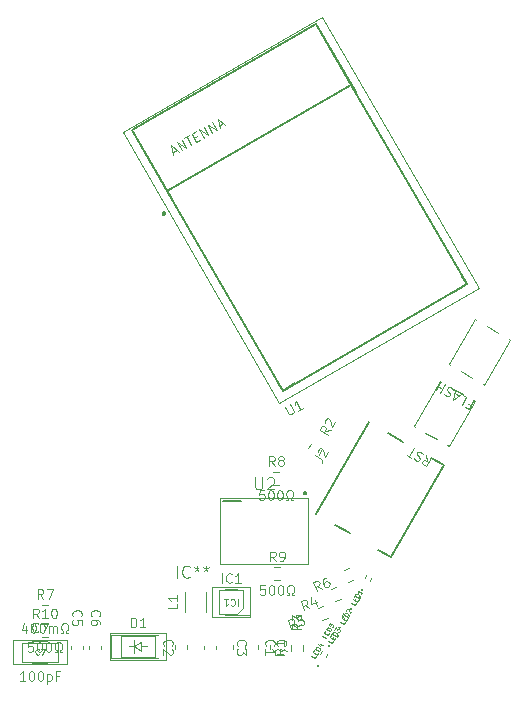
<source format=gbr>
%TF.GenerationSoftware,Flux,Pcbnew,7.0.11-7.0.11~ubuntu20.04.1*%
%TF.CreationDate,2024-08-16T10:10:55+00:00*%
%TF.ProjectId,input,696e7075-742e-46b6-9963-61645f706362,rev?*%
%TF.SameCoordinates,Original*%
%TF.FileFunction,Legend,Top*%
%TF.FilePolarity,Positive*%
%FSLAX46Y46*%
G04 Gerber Fmt 4.6, Leading zero omitted, Abs format (unit mm)*
G04 Filename: betterflipperzero*
G04 Build it with Flux! Visit our site at: https://www.flux.ai (PCBNEW 7.0.11-7.0.11~ubuntu20.04.1) date 2024-08-16 10:10:55*
%MOMM*%
%LPD*%
G01*
G04 APERTURE LIST*
%ADD10C,0.095000*%
%ADD11C,0.047500*%
%ADD12C,0.057000*%
%ADD13C,0.066500*%
%ADD14C,0.120650*%
%ADD15C,0.120000*%
%ADD16C,0.100000*%
%ADD17C,0.050000*%
%ADD18C,0.200000*%
%ADD19C,0.127000*%
G04 APERTURE END LIST*
D10*
X32990532Y-17616467D02*
X32952437Y-17578371D01*
X32952437Y-17578371D02*
X32914341Y-17464086D01*
X32914341Y-17464086D02*
X32914341Y-17387895D01*
X32914341Y-17387895D02*
X32952437Y-17273609D01*
X32952437Y-17273609D02*
X33028627Y-17197419D01*
X33028627Y-17197419D02*
X33104817Y-17159324D01*
X33104817Y-17159324D02*
X33257198Y-17121228D01*
X33257198Y-17121228D02*
X33371484Y-17121228D01*
X33371484Y-17121228D02*
X33523865Y-17159324D01*
X33523865Y-17159324D02*
X33600056Y-17197419D01*
X33600056Y-17197419D02*
X33676246Y-17273609D01*
X33676246Y-17273609D02*
X33714341Y-17387895D01*
X33714341Y-17387895D02*
X33714341Y-17464086D01*
X33714341Y-17464086D02*
X33676246Y-17578371D01*
X33676246Y-17578371D02*
X33638151Y-17616467D01*
X33714341Y-18302181D02*
X33714341Y-18149800D01*
X33714341Y-18149800D02*
X33676246Y-18073609D01*
X33676246Y-18073609D02*
X33638151Y-18035514D01*
X33638151Y-18035514D02*
X33523865Y-17959324D01*
X33523865Y-17959324D02*
X33371484Y-17921228D01*
X33371484Y-17921228D02*
X33066722Y-17921228D01*
X33066722Y-17921228D02*
X32990532Y-17959324D01*
X32990532Y-17959324D02*
X32952437Y-17997419D01*
X32952437Y-17997419D02*
X32914341Y-18073609D01*
X32914341Y-18073609D02*
X32914341Y-18225990D01*
X32914341Y-18225990D02*
X32952437Y-18302181D01*
X32952437Y-18302181D02*
X32990532Y-18340276D01*
X32990532Y-18340276D02*
X33066722Y-18378371D01*
X33066722Y-18378371D02*
X33257198Y-18378371D01*
X33257198Y-18378371D02*
X33333389Y-18340276D01*
X33333389Y-18340276D02*
X33371484Y-18302181D01*
X33371484Y-18302181D02*
X33409579Y-18225990D01*
X33409579Y-18225990D02*
X33409579Y-18073609D01*
X33409579Y-18073609D02*
X33371484Y-17997419D01*
X33371484Y-17997419D02*
X33333389Y-17959324D01*
X33333389Y-17959324D02*
X33257198Y-17921228D01*
D11*
X52010090Y-20980538D02*
X51914852Y-21145496D01*
X51914852Y-21145496D02*
X51568442Y-20945496D01*
X51895304Y-20760306D02*
X51961971Y-20644836D01*
X52171995Y-20700111D02*
X52076757Y-20865068D01*
X52076757Y-20865068D02*
X51730347Y-20665068D01*
X51730347Y-20665068D02*
X51825585Y-20500111D01*
X52257709Y-20551649D02*
X51911299Y-20351649D01*
X51911299Y-20351649D02*
X51958918Y-20269170D01*
X51958918Y-20269170D02*
X52003985Y-20229207D01*
X52003985Y-20229207D02*
X52056025Y-20215263D01*
X52056025Y-20215263D02*
X52098540Y-20217815D01*
X52098540Y-20217815D02*
X52174046Y-20239415D01*
X52174046Y-20239415D02*
X52223534Y-20267986D01*
X52223534Y-20267986D02*
X52279993Y-20322577D01*
X52279993Y-20322577D02*
X52303460Y-20358120D01*
X52303460Y-20358120D02*
X52317404Y-20410160D01*
X52317404Y-20410160D02*
X52305328Y-20469170D01*
X52305328Y-20469170D02*
X52257709Y-20551649D01*
X52312484Y-19923444D02*
X52543424Y-20056777D01*
X52132899Y-19929732D02*
X52332716Y-20155068D01*
X52332716Y-20155068D02*
X52456525Y-19940624D01*
D10*
X27433899Y-18466821D02*
X27433899Y-19000155D01*
X27243423Y-18162060D02*
X27052946Y-18733488D01*
X27052946Y-18733488D02*
X27548185Y-18733488D01*
X28005328Y-18200155D02*
X28081518Y-18200155D01*
X28081518Y-18200155D02*
X28157709Y-18238250D01*
X28157709Y-18238250D02*
X28195804Y-18276345D01*
X28195804Y-18276345D02*
X28233899Y-18352536D01*
X28233899Y-18352536D02*
X28271994Y-18504917D01*
X28271994Y-18504917D02*
X28271994Y-18695393D01*
X28271994Y-18695393D02*
X28233899Y-18847774D01*
X28233899Y-18847774D02*
X28195804Y-18923964D01*
X28195804Y-18923964D02*
X28157709Y-18962060D01*
X28157709Y-18962060D02*
X28081518Y-19000155D01*
X28081518Y-19000155D02*
X28005328Y-19000155D01*
X28005328Y-19000155D02*
X27929137Y-18962060D01*
X27929137Y-18962060D02*
X27891042Y-18923964D01*
X27891042Y-18923964D02*
X27852947Y-18847774D01*
X27852947Y-18847774D02*
X27814851Y-18695393D01*
X27814851Y-18695393D02*
X27814851Y-18504917D01*
X27814851Y-18504917D02*
X27852947Y-18352536D01*
X27852947Y-18352536D02*
X27891042Y-18276345D01*
X27891042Y-18276345D02*
X27929137Y-18238250D01*
X27929137Y-18238250D02*
X28005328Y-18200155D01*
X28767233Y-18200155D02*
X28843423Y-18200155D01*
X28843423Y-18200155D02*
X28919614Y-18238250D01*
X28919614Y-18238250D02*
X28957709Y-18276345D01*
X28957709Y-18276345D02*
X28995804Y-18352536D01*
X28995804Y-18352536D02*
X29033899Y-18504917D01*
X29033899Y-18504917D02*
X29033899Y-18695393D01*
X29033899Y-18695393D02*
X28995804Y-18847774D01*
X28995804Y-18847774D02*
X28957709Y-18923964D01*
X28957709Y-18923964D02*
X28919614Y-18962060D01*
X28919614Y-18962060D02*
X28843423Y-19000155D01*
X28843423Y-19000155D02*
X28767233Y-19000155D01*
X28767233Y-19000155D02*
X28691042Y-18962060D01*
X28691042Y-18962060D02*
X28652947Y-18923964D01*
X28652947Y-18923964D02*
X28614852Y-18847774D01*
X28614852Y-18847774D02*
X28576756Y-18695393D01*
X28576756Y-18695393D02*
X28576756Y-18504917D01*
X28576756Y-18504917D02*
X28614852Y-18352536D01*
X28614852Y-18352536D02*
X28652947Y-18276345D01*
X28652947Y-18276345D02*
X28691042Y-18238250D01*
X28691042Y-18238250D02*
X28767233Y-18200155D01*
X29376757Y-19000155D02*
X29376757Y-18466821D01*
X29376757Y-18543012D02*
X29414852Y-18504917D01*
X29414852Y-18504917D02*
X29491042Y-18466821D01*
X29491042Y-18466821D02*
X29605328Y-18466821D01*
X29605328Y-18466821D02*
X29681519Y-18504917D01*
X29681519Y-18504917D02*
X29719614Y-18581107D01*
X29719614Y-18581107D02*
X29719614Y-19000155D01*
X29719614Y-18581107D02*
X29757709Y-18504917D01*
X29757709Y-18504917D02*
X29833900Y-18466821D01*
X29833900Y-18466821D02*
X29948185Y-18466821D01*
X29948185Y-18466821D02*
X30024376Y-18504917D01*
X30024376Y-18504917D02*
X30062471Y-18581107D01*
X30062471Y-18581107D02*
X30062471Y-19000155D01*
X30405328Y-19000155D02*
X30595805Y-19000155D01*
X30595805Y-19000155D02*
X30595805Y-18847774D01*
X30595805Y-18847774D02*
X30519614Y-18809679D01*
X30519614Y-18809679D02*
X30443424Y-18733488D01*
X30443424Y-18733488D02*
X30405328Y-18619202D01*
X30405328Y-18619202D02*
X30405328Y-18428726D01*
X30405328Y-18428726D02*
X30443424Y-18314440D01*
X30443424Y-18314440D02*
X30519614Y-18238250D01*
X30519614Y-18238250D02*
X30633900Y-18200155D01*
X30633900Y-18200155D02*
X30786281Y-18200155D01*
X30786281Y-18200155D02*
X30900567Y-18238250D01*
X30900567Y-18238250D02*
X30976757Y-18314440D01*
X30976757Y-18314440D02*
X31014852Y-18428726D01*
X31014852Y-18428726D02*
X31014852Y-18619202D01*
X31014852Y-18619202D02*
X30976757Y-18733488D01*
X30976757Y-18733488D02*
X30900567Y-18809679D01*
X30900567Y-18809679D02*
X30824376Y-18847774D01*
X30824376Y-18847774D02*
X30824376Y-19000155D01*
X30824376Y-19000155D02*
X31014852Y-19000155D01*
X28900567Y-16140155D02*
X28633900Y-15759202D01*
X28443424Y-16140155D02*
X28443424Y-15340155D01*
X28443424Y-15340155D02*
X28748186Y-15340155D01*
X28748186Y-15340155D02*
X28824376Y-15378250D01*
X28824376Y-15378250D02*
X28862471Y-15416345D01*
X28862471Y-15416345D02*
X28900567Y-15492536D01*
X28900567Y-15492536D02*
X28900567Y-15606821D01*
X28900567Y-15606821D02*
X28862471Y-15683012D01*
X28862471Y-15683012D02*
X28824376Y-15721107D01*
X28824376Y-15721107D02*
X28748186Y-15759202D01*
X28748186Y-15759202D02*
X28443424Y-15759202D01*
X29167233Y-15340155D02*
X29700567Y-15340155D01*
X29700567Y-15340155D02*
X29357709Y-16140155D01*
X45342435Y-20116464D02*
X45304340Y-20078368D01*
X45304340Y-20078368D02*
X45266244Y-19964083D01*
X45266244Y-19964083D02*
X45266244Y-19887892D01*
X45266244Y-19887892D02*
X45304340Y-19773606D01*
X45304340Y-19773606D02*
X45380530Y-19697416D01*
X45380530Y-19697416D02*
X45456720Y-19659321D01*
X45456720Y-19659321D02*
X45609101Y-19621225D01*
X45609101Y-19621225D02*
X45723387Y-19621225D01*
X45723387Y-19621225D02*
X45875768Y-19659321D01*
X45875768Y-19659321D02*
X45951959Y-19697416D01*
X45951959Y-19697416D02*
X46028149Y-19773606D01*
X46028149Y-19773606D02*
X46066244Y-19887892D01*
X46066244Y-19887892D02*
X46066244Y-19964083D01*
X46066244Y-19964083D02*
X46028149Y-20078368D01*
X46028149Y-20078368D02*
X45990054Y-20116464D01*
X46066244Y-20383130D02*
X46066244Y-20878368D01*
X46066244Y-20878368D02*
X45761482Y-20611702D01*
X45761482Y-20611702D02*
X45761482Y-20725987D01*
X45761482Y-20725987D02*
X45723387Y-20802178D01*
X45723387Y-20802178D02*
X45685292Y-20840273D01*
X45685292Y-20840273D02*
X45609101Y-20878368D01*
X45609101Y-20878368D02*
X45418625Y-20878368D01*
X45418625Y-20878368D02*
X45342435Y-20840273D01*
X45342435Y-20840273D02*
X45304340Y-20802178D01*
X45304340Y-20802178D02*
X45266244Y-20725987D01*
X45266244Y-20725987D02*
X45266244Y-20497416D01*
X45266244Y-20497416D02*
X45304340Y-20421225D01*
X45304340Y-20421225D02*
X45342435Y-20383130D01*
X49314455Y-20404037D02*
X48933502Y-20670704D01*
X49314455Y-20861180D02*
X48514455Y-20861180D01*
X48514455Y-20861180D02*
X48514455Y-20556418D01*
X48514455Y-20556418D02*
X48552550Y-20480228D01*
X48552550Y-20480228D02*
X48590645Y-20442133D01*
X48590645Y-20442133D02*
X48666836Y-20404037D01*
X48666836Y-20404037D02*
X48781121Y-20404037D01*
X48781121Y-20404037D02*
X48857312Y-20442133D01*
X48857312Y-20442133D02*
X48895407Y-20480228D01*
X48895407Y-20480228D02*
X48933502Y-20556418D01*
X48933502Y-20556418D02*
X48933502Y-20861180D01*
X49314455Y-19642133D02*
X49314455Y-20099276D01*
X49314455Y-19870704D02*
X48514455Y-19870704D01*
X48514455Y-19870704D02*
X48628740Y-19946895D01*
X48628740Y-19946895D02*
X48704931Y-20023085D01*
X48704931Y-20023085D02*
X48743026Y-20099276D01*
X53218162Y-1843788D02*
X52754914Y-1884252D01*
X52989590Y-2239685D02*
X52296770Y-1839685D01*
X52296770Y-1839685D02*
X52449151Y-1575754D01*
X52449151Y-1575754D02*
X52520238Y-1528818D01*
X52520238Y-1528818D02*
X52572277Y-1514875D01*
X52572277Y-1514875D02*
X52657307Y-1519978D01*
X52657307Y-1519978D02*
X52756282Y-1577121D01*
X52756282Y-1577121D02*
X52803217Y-1648208D01*
X52803217Y-1648208D02*
X52817161Y-1700247D01*
X52817161Y-1700247D02*
X52812057Y-1785277D01*
X52812057Y-1785277D02*
X52659676Y-2049209D01*
X52743705Y-1217952D02*
X52729761Y-1165912D01*
X52729761Y-1165912D02*
X52734865Y-1080882D01*
X52734865Y-1080882D02*
X52830103Y-915925D01*
X52830103Y-915925D02*
X52901190Y-868989D01*
X52901190Y-868989D02*
X52953229Y-855046D01*
X52953229Y-855046D02*
X53038260Y-860149D01*
X53038260Y-860149D02*
X53104242Y-898245D01*
X53104242Y-898245D02*
X53184169Y-988379D01*
X53184169Y-988379D02*
X53351495Y-1612848D01*
X53351495Y-1612848D02*
X53599114Y-1183959D01*
D11*
X52948090Y-19325538D02*
X52852852Y-19490496D01*
X52852852Y-19490496D02*
X52506442Y-19290496D01*
X52833304Y-19105306D02*
X52899971Y-18989836D01*
X53109995Y-19045111D02*
X53014757Y-19210068D01*
X53014757Y-19210068D02*
X52668347Y-19010068D01*
X52668347Y-19010068D02*
X52763585Y-18845111D01*
X53195709Y-18896649D02*
X52849299Y-18696649D01*
X52849299Y-18696649D02*
X52896918Y-18614170D01*
X52896918Y-18614170D02*
X52941985Y-18574207D01*
X52941985Y-18574207D02*
X52994025Y-18560263D01*
X52994025Y-18560263D02*
X53036540Y-18562815D01*
X53036540Y-18562815D02*
X53112046Y-18584415D01*
X53112046Y-18584415D02*
X53161534Y-18612986D01*
X53161534Y-18612986D02*
X53217993Y-18667577D01*
X53217993Y-18667577D02*
X53241460Y-18703120D01*
X53241460Y-18703120D02*
X53255404Y-18755160D01*
X53255404Y-18755160D02*
X53243328Y-18814170D01*
X53243328Y-18814170D02*
X53195709Y-18896649D01*
X53144537Y-18185282D02*
X53049299Y-18350239D01*
X53049299Y-18350239D02*
X53204733Y-18461973D01*
X53204733Y-18461973D02*
X53197761Y-18435953D01*
X53197761Y-18435953D02*
X53200313Y-18393438D01*
X53200313Y-18393438D02*
X53247932Y-18310959D01*
X53247932Y-18310959D02*
X53283475Y-18287492D01*
X53283475Y-18287492D02*
X53309495Y-18280520D01*
X53309495Y-18280520D02*
X53352010Y-18283072D01*
X53352010Y-18283072D02*
X53434488Y-18330691D01*
X53434488Y-18330691D02*
X53457956Y-18366234D01*
X53457956Y-18366234D02*
X53464928Y-18392254D01*
X53464928Y-18392254D02*
X53462376Y-18434769D01*
X53462376Y-18434769D02*
X53414757Y-18517247D01*
X53414757Y-18517247D02*
X53379214Y-18540715D01*
X53379214Y-18540715D02*
X53353194Y-18547687D01*
D10*
X36324324Y-18531155D02*
X36324324Y-17731155D01*
X36324324Y-17731155D02*
X36514800Y-17731155D01*
X36514800Y-17731155D02*
X36629086Y-17769250D01*
X36629086Y-17769250D02*
X36705276Y-17845440D01*
X36705276Y-17845440D02*
X36743371Y-17921631D01*
X36743371Y-17921631D02*
X36781467Y-18074012D01*
X36781467Y-18074012D02*
X36781467Y-18188298D01*
X36781467Y-18188298D02*
X36743371Y-18340679D01*
X36743371Y-18340679D02*
X36705276Y-18416869D01*
X36705276Y-18416869D02*
X36629086Y-18493060D01*
X36629086Y-18493060D02*
X36514800Y-18531155D01*
X36514800Y-18531155D02*
X36324324Y-18531155D01*
X37543371Y-18531155D02*
X37086228Y-18531155D01*
X37314800Y-18531155D02*
X37314800Y-17731155D01*
X37314800Y-17731155D02*
X37238609Y-17845440D01*
X37238609Y-17845440D02*
X37162419Y-17921631D01*
X37162419Y-17921631D02*
X37086228Y-17959726D01*
X36324324Y-18531155D02*
X36324324Y-17731155D01*
X36324324Y-17731155D02*
X36514800Y-17731155D01*
X36514800Y-17731155D02*
X36629086Y-17769250D01*
X36629086Y-17769250D02*
X36705276Y-17845440D01*
X36705276Y-17845440D02*
X36743371Y-17921631D01*
X36743371Y-17921631D02*
X36781467Y-18074012D01*
X36781467Y-18074012D02*
X36781467Y-18188298D01*
X36781467Y-18188298D02*
X36743371Y-18340679D01*
X36743371Y-18340679D02*
X36705276Y-18416869D01*
X36705276Y-18416869D02*
X36629086Y-18493060D01*
X36629086Y-18493060D02*
X36514800Y-18531155D01*
X36514800Y-18531155D02*
X36324324Y-18531155D01*
X37543371Y-18531155D02*
X37086228Y-18531155D01*
X37314800Y-18531155D02*
X37314800Y-17731155D01*
X37314800Y-17731155D02*
X37238609Y-17845440D01*
X37238609Y-17845440D02*
X37162419Y-17921631D01*
X37162419Y-17921631D02*
X37086228Y-17959726D01*
X40244555Y-16537340D02*
X40244555Y-16918292D01*
X40244555Y-16918292D02*
X39444555Y-16918292D01*
X40244555Y-15851626D02*
X40244555Y-16308769D01*
X40244555Y-16080197D02*
X39444555Y-16080197D01*
X39444555Y-16080197D02*
X39558840Y-16156388D01*
X39558840Y-16156388D02*
X39635031Y-16232578D01*
X39635031Y-16232578D02*
X39673126Y-16308769D01*
D12*
X28528900Y-20814178D02*
X28506043Y-20837036D01*
X28506043Y-20837036D02*
X28437471Y-20859893D01*
X28437471Y-20859893D02*
X28391757Y-20859893D01*
X28391757Y-20859893D02*
X28323186Y-20837036D01*
X28323186Y-20837036D02*
X28277471Y-20791321D01*
X28277471Y-20791321D02*
X28254614Y-20745607D01*
X28254614Y-20745607D02*
X28231757Y-20654178D01*
X28231757Y-20654178D02*
X28231757Y-20585607D01*
X28231757Y-20585607D02*
X28254614Y-20494178D01*
X28254614Y-20494178D02*
X28277471Y-20448464D01*
X28277471Y-20448464D02*
X28323186Y-20402750D01*
X28323186Y-20402750D02*
X28391757Y-20379893D01*
X28391757Y-20379893D02*
X28437471Y-20379893D01*
X28437471Y-20379893D02*
X28506043Y-20402750D01*
X28506043Y-20402750D02*
X28528900Y-20425607D01*
X28688900Y-20379893D02*
X29008900Y-20379893D01*
X29008900Y-20379893D02*
X28803186Y-20859893D01*
D10*
X27370804Y-23055955D02*
X26913661Y-23055955D01*
X27142233Y-23055955D02*
X27142233Y-22255955D01*
X27142233Y-22255955D02*
X27066042Y-22370240D01*
X27066042Y-22370240D02*
X26989852Y-22446431D01*
X26989852Y-22446431D02*
X26913661Y-22484526D01*
X27866043Y-22255955D02*
X27942233Y-22255955D01*
X27942233Y-22255955D02*
X28018424Y-22294050D01*
X28018424Y-22294050D02*
X28056519Y-22332145D01*
X28056519Y-22332145D02*
X28094614Y-22408336D01*
X28094614Y-22408336D02*
X28132709Y-22560717D01*
X28132709Y-22560717D02*
X28132709Y-22751193D01*
X28132709Y-22751193D02*
X28094614Y-22903574D01*
X28094614Y-22903574D02*
X28056519Y-22979764D01*
X28056519Y-22979764D02*
X28018424Y-23017860D01*
X28018424Y-23017860D02*
X27942233Y-23055955D01*
X27942233Y-23055955D02*
X27866043Y-23055955D01*
X27866043Y-23055955D02*
X27789852Y-23017860D01*
X27789852Y-23017860D02*
X27751757Y-22979764D01*
X27751757Y-22979764D02*
X27713662Y-22903574D01*
X27713662Y-22903574D02*
X27675566Y-22751193D01*
X27675566Y-22751193D02*
X27675566Y-22560717D01*
X27675566Y-22560717D02*
X27713662Y-22408336D01*
X27713662Y-22408336D02*
X27751757Y-22332145D01*
X27751757Y-22332145D02*
X27789852Y-22294050D01*
X27789852Y-22294050D02*
X27866043Y-22255955D01*
X28627948Y-22255955D02*
X28704138Y-22255955D01*
X28704138Y-22255955D02*
X28780329Y-22294050D01*
X28780329Y-22294050D02*
X28818424Y-22332145D01*
X28818424Y-22332145D02*
X28856519Y-22408336D01*
X28856519Y-22408336D02*
X28894614Y-22560717D01*
X28894614Y-22560717D02*
X28894614Y-22751193D01*
X28894614Y-22751193D02*
X28856519Y-22903574D01*
X28856519Y-22903574D02*
X28818424Y-22979764D01*
X28818424Y-22979764D02*
X28780329Y-23017860D01*
X28780329Y-23017860D02*
X28704138Y-23055955D01*
X28704138Y-23055955D02*
X28627948Y-23055955D01*
X28627948Y-23055955D02*
X28551757Y-23017860D01*
X28551757Y-23017860D02*
X28513662Y-22979764D01*
X28513662Y-22979764D02*
X28475567Y-22903574D01*
X28475567Y-22903574D02*
X28437471Y-22751193D01*
X28437471Y-22751193D02*
X28437471Y-22560717D01*
X28437471Y-22560717D02*
X28475567Y-22408336D01*
X28475567Y-22408336D02*
X28513662Y-22332145D01*
X28513662Y-22332145D02*
X28551757Y-22294050D01*
X28551757Y-22294050D02*
X28627948Y-22255955D01*
X29237472Y-22522621D02*
X29237472Y-23322621D01*
X29237472Y-22560717D02*
X29313662Y-22522621D01*
X29313662Y-22522621D02*
X29466043Y-22522621D01*
X29466043Y-22522621D02*
X29542234Y-22560717D01*
X29542234Y-22560717D02*
X29580329Y-22598812D01*
X29580329Y-22598812D02*
X29618424Y-22675002D01*
X29618424Y-22675002D02*
X29618424Y-22903574D01*
X29618424Y-22903574D02*
X29580329Y-22979764D01*
X29580329Y-22979764D02*
X29542234Y-23017860D01*
X29542234Y-23017860D02*
X29466043Y-23055955D01*
X29466043Y-23055955D02*
X29313662Y-23055955D01*
X29313662Y-23055955D02*
X29237472Y-23017860D01*
X30227948Y-22636907D02*
X29961282Y-22636907D01*
X29961282Y-23055955D02*
X29961282Y-22255955D01*
X29961282Y-22255955D02*
X30342234Y-22255955D01*
X28475567Y-18879764D02*
X28437471Y-18917860D01*
X28437471Y-18917860D02*
X28323186Y-18955955D01*
X28323186Y-18955955D02*
X28246995Y-18955955D01*
X28246995Y-18955955D02*
X28132709Y-18917860D01*
X28132709Y-18917860D02*
X28056519Y-18841669D01*
X28056519Y-18841669D02*
X28018424Y-18765479D01*
X28018424Y-18765479D02*
X27980328Y-18613098D01*
X27980328Y-18613098D02*
X27980328Y-18498812D01*
X27980328Y-18498812D02*
X28018424Y-18346431D01*
X28018424Y-18346431D02*
X28056519Y-18270240D01*
X28056519Y-18270240D02*
X28132709Y-18194050D01*
X28132709Y-18194050D02*
X28246995Y-18155955D01*
X28246995Y-18155955D02*
X28323186Y-18155955D01*
X28323186Y-18155955D02*
X28437471Y-18194050D01*
X28437471Y-18194050D02*
X28475567Y-18232145D01*
X28742233Y-18155955D02*
X29275567Y-18155955D01*
X29275567Y-18155955D02*
X28932709Y-18955955D01*
D11*
X55369811Y-16502788D02*
X55274573Y-16667746D01*
X55274573Y-16667746D02*
X54928163Y-16467746D01*
X55255025Y-16282556D02*
X55321692Y-16167086D01*
X55531716Y-16222361D02*
X55436478Y-16387318D01*
X55436478Y-16387318D02*
X55090068Y-16187318D01*
X55090068Y-16187318D02*
X55185306Y-16022361D01*
X55617430Y-16073899D02*
X55271020Y-15873899D01*
X55271020Y-15873899D02*
X55318639Y-15791420D01*
X55318639Y-15791420D02*
X55363706Y-15751457D01*
X55363706Y-15751457D02*
X55415746Y-15737513D01*
X55415746Y-15737513D02*
X55458261Y-15740065D01*
X55458261Y-15740065D02*
X55533767Y-15761665D01*
X55533767Y-15761665D02*
X55583255Y-15790236D01*
X55583255Y-15790236D02*
X55639714Y-15844827D01*
X55639714Y-15844827D02*
X55663181Y-15880370D01*
X55663181Y-15880370D02*
X55677125Y-15932410D01*
X55677125Y-15932410D02*
X55665049Y-15991420D01*
X55665049Y-15991420D02*
X55617430Y-16073899D01*
X55922192Y-15546036D02*
X55807907Y-15743985D01*
X55865049Y-15645010D02*
X55518639Y-15445010D01*
X55518639Y-15445010D02*
X55549079Y-15506573D01*
X55549079Y-15506573D02*
X55563023Y-15558612D01*
X55563023Y-15558612D02*
X55560471Y-15601128D01*
D10*
X48753135Y-20087362D02*
X48715040Y-20049266D01*
X48715040Y-20049266D02*
X48676944Y-19934981D01*
X48676944Y-19934981D02*
X48676944Y-19858790D01*
X48676944Y-19858790D02*
X48715040Y-19744504D01*
X48715040Y-19744504D02*
X48791230Y-19668314D01*
X48791230Y-19668314D02*
X48867420Y-19630219D01*
X48867420Y-19630219D02*
X49019801Y-19592123D01*
X49019801Y-19592123D02*
X49134087Y-19592123D01*
X49134087Y-19592123D02*
X49286468Y-19630219D01*
X49286468Y-19630219D02*
X49362659Y-19668314D01*
X49362659Y-19668314D02*
X49438849Y-19744504D01*
X49438849Y-19744504D02*
X49476944Y-19858790D01*
X49476944Y-19858790D02*
X49476944Y-19934981D01*
X49476944Y-19934981D02*
X49438849Y-20049266D01*
X49438849Y-20049266D02*
X49400754Y-20087362D01*
X49210278Y-20773076D02*
X48676944Y-20773076D01*
X49515040Y-20582600D02*
X48943611Y-20392123D01*
X48943611Y-20392123D02*
X48943611Y-20887362D01*
D11*
X54440911Y-18108388D02*
X54345673Y-18273346D01*
X54345673Y-18273346D02*
X53999263Y-18073346D01*
X54326125Y-17888156D02*
X54392792Y-17772686D01*
X54602816Y-17827961D02*
X54507578Y-17992918D01*
X54507578Y-17992918D02*
X54161168Y-17792918D01*
X54161168Y-17792918D02*
X54256406Y-17627961D01*
X54688530Y-17679499D02*
X54342120Y-17479499D01*
X54342120Y-17479499D02*
X54389739Y-17397020D01*
X54389739Y-17397020D02*
X54434806Y-17357057D01*
X54434806Y-17357057D02*
X54486846Y-17343113D01*
X54486846Y-17343113D02*
X54529361Y-17345665D01*
X54529361Y-17345665D02*
X54604867Y-17367265D01*
X54604867Y-17367265D02*
X54654355Y-17395836D01*
X54654355Y-17395836D02*
X54710814Y-17450427D01*
X54710814Y-17450427D02*
X54734281Y-17485970D01*
X54734281Y-17485970D02*
X54748225Y-17538010D01*
X54748225Y-17538010D02*
X54736149Y-17597020D01*
X54736149Y-17597020D02*
X54688530Y-17679499D01*
X54565588Y-17168632D02*
X54558616Y-17142613D01*
X54558616Y-17142613D02*
X54561168Y-17100097D01*
X54561168Y-17100097D02*
X54608787Y-17017619D01*
X54608787Y-17017619D02*
X54644330Y-16994151D01*
X54644330Y-16994151D02*
X54670350Y-16987179D01*
X54670350Y-16987179D02*
X54712865Y-16989731D01*
X54712865Y-16989731D02*
X54745856Y-17008779D01*
X54745856Y-17008779D02*
X54785820Y-17053846D01*
X54785820Y-17053846D02*
X54869483Y-17366080D01*
X54869483Y-17366080D02*
X54993292Y-17151636D01*
D10*
X28005328Y-19819055D02*
X27624376Y-19819055D01*
X27624376Y-19819055D02*
X27586280Y-20200007D01*
X27586280Y-20200007D02*
X27624376Y-20161912D01*
X27624376Y-20161912D02*
X27700566Y-20123817D01*
X27700566Y-20123817D02*
X27891042Y-20123817D01*
X27891042Y-20123817D02*
X27967233Y-20161912D01*
X27967233Y-20161912D02*
X28005328Y-20200007D01*
X28005328Y-20200007D02*
X28043423Y-20276198D01*
X28043423Y-20276198D02*
X28043423Y-20466674D01*
X28043423Y-20466674D02*
X28005328Y-20542864D01*
X28005328Y-20542864D02*
X27967233Y-20580960D01*
X27967233Y-20580960D02*
X27891042Y-20619055D01*
X27891042Y-20619055D02*
X27700566Y-20619055D01*
X27700566Y-20619055D02*
X27624376Y-20580960D01*
X27624376Y-20580960D02*
X27586280Y-20542864D01*
X28538662Y-19819055D02*
X28614852Y-19819055D01*
X28614852Y-19819055D02*
X28691043Y-19857150D01*
X28691043Y-19857150D02*
X28729138Y-19895245D01*
X28729138Y-19895245D02*
X28767233Y-19971436D01*
X28767233Y-19971436D02*
X28805328Y-20123817D01*
X28805328Y-20123817D02*
X28805328Y-20314293D01*
X28805328Y-20314293D02*
X28767233Y-20466674D01*
X28767233Y-20466674D02*
X28729138Y-20542864D01*
X28729138Y-20542864D02*
X28691043Y-20580960D01*
X28691043Y-20580960D02*
X28614852Y-20619055D01*
X28614852Y-20619055D02*
X28538662Y-20619055D01*
X28538662Y-20619055D02*
X28462471Y-20580960D01*
X28462471Y-20580960D02*
X28424376Y-20542864D01*
X28424376Y-20542864D02*
X28386281Y-20466674D01*
X28386281Y-20466674D02*
X28348185Y-20314293D01*
X28348185Y-20314293D02*
X28348185Y-20123817D01*
X28348185Y-20123817D02*
X28386281Y-19971436D01*
X28386281Y-19971436D02*
X28424376Y-19895245D01*
X28424376Y-19895245D02*
X28462471Y-19857150D01*
X28462471Y-19857150D02*
X28538662Y-19819055D01*
X29300567Y-19819055D02*
X29376757Y-19819055D01*
X29376757Y-19819055D02*
X29452948Y-19857150D01*
X29452948Y-19857150D02*
X29491043Y-19895245D01*
X29491043Y-19895245D02*
X29529138Y-19971436D01*
X29529138Y-19971436D02*
X29567233Y-20123817D01*
X29567233Y-20123817D02*
X29567233Y-20314293D01*
X29567233Y-20314293D02*
X29529138Y-20466674D01*
X29529138Y-20466674D02*
X29491043Y-20542864D01*
X29491043Y-20542864D02*
X29452948Y-20580960D01*
X29452948Y-20580960D02*
X29376757Y-20619055D01*
X29376757Y-20619055D02*
X29300567Y-20619055D01*
X29300567Y-20619055D02*
X29224376Y-20580960D01*
X29224376Y-20580960D02*
X29186281Y-20542864D01*
X29186281Y-20542864D02*
X29148186Y-20466674D01*
X29148186Y-20466674D02*
X29110090Y-20314293D01*
X29110090Y-20314293D02*
X29110090Y-20123817D01*
X29110090Y-20123817D02*
X29148186Y-19971436D01*
X29148186Y-19971436D02*
X29186281Y-19895245D01*
X29186281Y-19895245D02*
X29224376Y-19857150D01*
X29224376Y-19857150D02*
X29300567Y-19819055D01*
X29871995Y-20619055D02*
X30062472Y-20619055D01*
X30062472Y-20619055D02*
X30062472Y-20466674D01*
X30062472Y-20466674D02*
X29986281Y-20428579D01*
X29986281Y-20428579D02*
X29910091Y-20352388D01*
X29910091Y-20352388D02*
X29871995Y-20238102D01*
X29871995Y-20238102D02*
X29871995Y-20047626D01*
X29871995Y-20047626D02*
X29910091Y-19933340D01*
X29910091Y-19933340D02*
X29986281Y-19857150D01*
X29986281Y-19857150D02*
X30100567Y-19819055D01*
X30100567Y-19819055D02*
X30252948Y-19819055D01*
X30252948Y-19819055D02*
X30367234Y-19857150D01*
X30367234Y-19857150D02*
X30443424Y-19933340D01*
X30443424Y-19933340D02*
X30481519Y-20047626D01*
X30481519Y-20047626D02*
X30481519Y-20238102D01*
X30481519Y-20238102D02*
X30443424Y-20352388D01*
X30443424Y-20352388D02*
X30367234Y-20428579D01*
X30367234Y-20428579D02*
X30291043Y-20466674D01*
X30291043Y-20466674D02*
X30291043Y-20619055D01*
X30291043Y-20619055D02*
X30481519Y-20619055D01*
X28519614Y-17759055D02*
X28252947Y-17378102D01*
X28062471Y-17759055D02*
X28062471Y-16959055D01*
X28062471Y-16959055D02*
X28367233Y-16959055D01*
X28367233Y-16959055D02*
X28443423Y-16997150D01*
X28443423Y-16997150D02*
X28481518Y-17035245D01*
X28481518Y-17035245D02*
X28519614Y-17111436D01*
X28519614Y-17111436D02*
X28519614Y-17225721D01*
X28519614Y-17225721D02*
X28481518Y-17301912D01*
X28481518Y-17301912D02*
X28443423Y-17340007D01*
X28443423Y-17340007D02*
X28367233Y-17378102D01*
X28367233Y-17378102D02*
X28062471Y-17378102D01*
X29281518Y-17759055D02*
X28824375Y-17759055D01*
X29052947Y-17759055D02*
X29052947Y-16959055D01*
X29052947Y-16959055D02*
X28976756Y-17073340D01*
X28976756Y-17073340D02*
X28900566Y-17149531D01*
X28900566Y-17149531D02*
X28824375Y-17187626D01*
X29776757Y-16959055D02*
X29852947Y-16959055D01*
X29852947Y-16959055D02*
X29929138Y-16997150D01*
X29929138Y-16997150D02*
X29967233Y-17035245D01*
X29967233Y-17035245D02*
X30005328Y-17111436D01*
X30005328Y-17111436D02*
X30043423Y-17263817D01*
X30043423Y-17263817D02*
X30043423Y-17454293D01*
X30043423Y-17454293D02*
X30005328Y-17606674D01*
X30005328Y-17606674D02*
X29967233Y-17682864D01*
X29967233Y-17682864D02*
X29929138Y-17720960D01*
X29929138Y-17720960D02*
X29852947Y-17759055D01*
X29852947Y-17759055D02*
X29776757Y-17759055D01*
X29776757Y-17759055D02*
X29700566Y-17720960D01*
X29700566Y-17720960D02*
X29662471Y-17682864D01*
X29662471Y-17682864D02*
X29624376Y-17606674D01*
X29624376Y-17606674D02*
X29586280Y-17454293D01*
X29586280Y-17454293D02*
X29586280Y-17263817D01*
X29586280Y-17263817D02*
X29624376Y-17111436D01*
X29624376Y-17111436D02*
X29662471Y-17035245D01*
X29662471Y-17035245D02*
X29700566Y-16997150D01*
X29700566Y-16997150D02*
X29776757Y-16959055D01*
X50303339Y-18532094D02*
X49922461Y-18265321D01*
X49873765Y-18688446D02*
X49600149Y-17936692D01*
X49600149Y-17936692D02*
X49886532Y-17832457D01*
X49886532Y-17832457D02*
X49971157Y-17842196D01*
X49971157Y-17842196D02*
X50019984Y-17864965D01*
X50019984Y-17864965D02*
X50081840Y-17923531D01*
X50081840Y-17923531D02*
X50120928Y-18030924D01*
X50120928Y-18030924D02*
X50111189Y-18115549D01*
X50111189Y-18115549D02*
X50088421Y-18164376D01*
X50088421Y-18164376D02*
X50029854Y-18226233D01*
X50029854Y-18226233D02*
X49743472Y-18330468D01*
X50709881Y-17532782D02*
X50351903Y-17663076D01*
X50351903Y-17663076D02*
X50446399Y-18034083D01*
X50446399Y-18034083D02*
X50469167Y-17985256D01*
X50469167Y-17985256D02*
X50527734Y-17923399D01*
X50527734Y-17923399D02*
X50706723Y-17858253D01*
X50706723Y-17858253D02*
X50791348Y-17867992D01*
X50791348Y-17867992D02*
X50840175Y-17890760D01*
X50840175Y-17890760D02*
X50902031Y-17949327D01*
X50902031Y-17949327D02*
X50967178Y-18128316D01*
X50967178Y-18128316D02*
X50957439Y-18212941D01*
X50957439Y-18212941D02*
X50934670Y-18261768D01*
X50934670Y-18261768D02*
X50876104Y-18323624D01*
X50876104Y-18323624D02*
X50697115Y-18388771D01*
X50697115Y-18388771D02*
X50612490Y-18379032D01*
X50612490Y-18379032D02*
X50563663Y-18356263D01*
X47662028Y-14994555D02*
X47281076Y-14994555D01*
X47281076Y-14994555D02*
X47242980Y-15375507D01*
X47242980Y-15375507D02*
X47281076Y-15337412D01*
X47281076Y-15337412D02*
X47357266Y-15299317D01*
X47357266Y-15299317D02*
X47547742Y-15299317D01*
X47547742Y-15299317D02*
X47623933Y-15337412D01*
X47623933Y-15337412D02*
X47662028Y-15375507D01*
X47662028Y-15375507D02*
X47700123Y-15451698D01*
X47700123Y-15451698D02*
X47700123Y-15642174D01*
X47700123Y-15642174D02*
X47662028Y-15718364D01*
X47662028Y-15718364D02*
X47623933Y-15756460D01*
X47623933Y-15756460D02*
X47547742Y-15794555D01*
X47547742Y-15794555D02*
X47357266Y-15794555D01*
X47357266Y-15794555D02*
X47281076Y-15756460D01*
X47281076Y-15756460D02*
X47242980Y-15718364D01*
X48195362Y-14994555D02*
X48271552Y-14994555D01*
X48271552Y-14994555D02*
X48347743Y-15032650D01*
X48347743Y-15032650D02*
X48385838Y-15070745D01*
X48385838Y-15070745D02*
X48423933Y-15146936D01*
X48423933Y-15146936D02*
X48462028Y-15299317D01*
X48462028Y-15299317D02*
X48462028Y-15489793D01*
X48462028Y-15489793D02*
X48423933Y-15642174D01*
X48423933Y-15642174D02*
X48385838Y-15718364D01*
X48385838Y-15718364D02*
X48347743Y-15756460D01*
X48347743Y-15756460D02*
X48271552Y-15794555D01*
X48271552Y-15794555D02*
X48195362Y-15794555D01*
X48195362Y-15794555D02*
X48119171Y-15756460D01*
X48119171Y-15756460D02*
X48081076Y-15718364D01*
X48081076Y-15718364D02*
X48042981Y-15642174D01*
X48042981Y-15642174D02*
X48004885Y-15489793D01*
X48004885Y-15489793D02*
X48004885Y-15299317D01*
X48004885Y-15299317D02*
X48042981Y-15146936D01*
X48042981Y-15146936D02*
X48081076Y-15070745D01*
X48081076Y-15070745D02*
X48119171Y-15032650D01*
X48119171Y-15032650D02*
X48195362Y-14994555D01*
X48957267Y-14994555D02*
X49033457Y-14994555D01*
X49033457Y-14994555D02*
X49109648Y-15032650D01*
X49109648Y-15032650D02*
X49147743Y-15070745D01*
X49147743Y-15070745D02*
X49185838Y-15146936D01*
X49185838Y-15146936D02*
X49223933Y-15299317D01*
X49223933Y-15299317D02*
X49223933Y-15489793D01*
X49223933Y-15489793D02*
X49185838Y-15642174D01*
X49185838Y-15642174D02*
X49147743Y-15718364D01*
X49147743Y-15718364D02*
X49109648Y-15756460D01*
X49109648Y-15756460D02*
X49033457Y-15794555D01*
X49033457Y-15794555D02*
X48957267Y-15794555D01*
X48957267Y-15794555D02*
X48881076Y-15756460D01*
X48881076Y-15756460D02*
X48842981Y-15718364D01*
X48842981Y-15718364D02*
X48804886Y-15642174D01*
X48804886Y-15642174D02*
X48766790Y-15489793D01*
X48766790Y-15489793D02*
X48766790Y-15299317D01*
X48766790Y-15299317D02*
X48804886Y-15146936D01*
X48804886Y-15146936D02*
X48842981Y-15070745D01*
X48842981Y-15070745D02*
X48881076Y-15032650D01*
X48881076Y-15032650D02*
X48957267Y-14994555D01*
X49528695Y-15794555D02*
X49719172Y-15794555D01*
X49719172Y-15794555D02*
X49719172Y-15642174D01*
X49719172Y-15642174D02*
X49642981Y-15604079D01*
X49642981Y-15604079D02*
X49566791Y-15527888D01*
X49566791Y-15527888D02*
X49528695Y-15413602D01*
X49528695Y-15413602D02*
X49528695Y-15223126D01*
X49528695Y-15223126D02*
X49566791Y-15108840D01*
X49566791Y-15108840D02*
X49642981Y-15032650D01*
X49642981Y-15032650D02*
X49757267Y-14994555D01*
X49757267Y-14994555D02*
X49909648Y-14994555D01*
X49909648Y-14994555D02*
X50023934Y-15032650D01*
X50023934Y-15032650D02*
X50100124Y-15108840D01*
X50100124Y-15108840D02*
X50138219Y-15223126D01*
X50138219Y-15223126D02*
X50138219Y-15413602D01*
X50138219Y-15413602D02*
X50100124Y-15527888D01*
X50100124Y-15527888D02*
X50023934Y-15604079D01*
X50023934Y-15604079D02*
X49947743Y-15642174D01*
X49947743Y-15642174D02*
X49947743Y-15794555D01*
X49947743Y-15794555D02*
X50138219Y-15794555D01*
X48557267Y-12934555D02*
X48290600Y-12553602D01*
X48100124Y-12934555D02*
X48100124Y-12134555D01*
X48100124Y-12134555D02*
X48404886Y-12134555D01*
X48404886Y-12134555D02*
X48481076Y-12172650D01*
X48481076Y-12172650D02*
X48519171Y-12210745D01*
X48519171Y-12210745D02*
X48557267Y-12286936D01*
X48557267Y-12286936D02*
X48557267Y-12401221D01*
X48557267Y-12401221D02*
X48519171Y-12477412D01*
X48519171Y-12477412D02*
X48481076Y-12515507D01*
X48481076Y-12515507D02*
X48404886Y-12553602D01*
X48404886Y-12553602D02*
X48100124Y-12553602D01*
X48938219Y-12934555D02*
X49090600Y-12934555D01*
X49090600Y-12934555D02*
X49166790Y-12896460D01*
X49166790Y-12896460D02*
X49204886Y-12858364D01*
X49204886Y-12858364D02*
X49281076Y-12744079D01*
X49281076Y-12744079D02*
X49319171Y-12591698D01*
X49319171Y-12591698D02*
X49319171Y-12286936D01*
X49319171Y-12286936D02*
X49281076Y-12210745D01*
X49281076Y-12210745D02*
X49242981Y-12172650D01*
X49242981Y-12172650D02*
X49166790Y-12134555D01*
X49166790Y-12134555D02*
X49014409Y-12134555D01*
X49014409Y-12134555D02*
X48938219Y-12172650D01*
X48938219Y-12172650D02*
X48900124Y-12210745D01*
X48900124Y-12210745D02*
X48862028Y-12286936D01*
X48862028Y-12286936D02*
X48862028Y-12477412D01*
X48862028Y-12477412D02*
X48900124Y-12553602D01*
X48900124Y-12553602D02*
X48938219Y-12591698D01*
X48938219Y-12591698D02*
X49014409Y-12629793D01*
X49014409Y-12629793D02*
X49166790Y-12629793D01*
X49166790Y-12629793D02*
X49242981Y-12591698D01*
X49242981Y-12591698D02*
X49281076Y-12553602D01*
X49281076Y-12553602D02*
X49319171Y-12477412D01*
X31440532Y-17616467D02*
X31402437Y-17578371D01*
X31402437Y-17578371D02*
X31364341Y-17464086D01*
X31364341Y-17464086D02*
X31364341Y-17387895D01*
X31364341Y-17387895D02*
X31402437Y-17273609D01*
X31402437Y-17273609D02*
X31478627Y-17197419D01*
X31478627Y-17197419D02*
X31554817Y-17159324D01*
X31554817Y-17159324D02*
X31707198Y-17121228D01*
X31707198Y-17121228D02*
X31821484Y-17121228D01*
X31821484Y-17121228D02*
X31973865Y-17159324D01*
X31973865Y-17159324D02*
X32050056Y-17197419D01*
X32050056Y-17197419D02*
X32126246Y-17273609D01*
X32126246Y-17273609D02*
X32164341Y-17387895D01*
X32164341Y-17387895D02*
X32164341Y-17464086D01*
X32164341Y-17464086D02*
X32126246Y-17578371D01*
X32126246Y-17578371D02*
X32088151Y-17616467D01*
X32164341Y-18340276D02*
X32164341Y-17959324D01*
X32164341Y-17959324D02*
X31783389Y-17921228D01*
X31783389Y-17921228D02*
X31821484Y-17959324D01*
X31821484Y-17959324D02*
X31859579Y-18035514D01*
X31859579Y-18035514D02*
X31859579Y-18225990D01*
X31859579Y-18225990D02*
X31821484Y-18302181D01*
X31821484Y-18302181D02*
X31783389Y-18340276D01*
X31783389Y-18340276D02*
X31707198Y-18378371D01*
X31707198Y-18378371D02*
X31516722Y-18378371D01*
X31516722Y-18378371D02*
X31440532Y-18340276D01*
X31440532Y-18340276D02*
X31402437Y-18302181D01*
X31402437Y-18302181D02*
X31364341Y-18225990D01*
X31364341Y-18225990D02*
X31364341Y-18035514D01*
X31364341Y-18035514D02*
X31402437Y-17959324D01*
X31402437Y-17959324D02*
X31440532Y-17921228D01*
X51400739Y-16939994D02*
X51019861Y-16673221D01*
X50971165Y-17096346D02*
X50697549Y-16344592D01*
X50697549Y-16344592D02*
X50983932Y-16240357D01*
X50983932Y-16240357D02*
X51068557Y-16250096D01*
X51068557Y-16250096D02*
X51117384Y-16272865D01*
X51117384Y-16272865D02*
X51179240Y-16331431D01*
X51179240Y-16331431D02*
X51218328Y-16438824D01*
X51218328Y-16438824D02*
X51208589Y-16523449D01*
X51208589Y-16523449D02*
X51185821Y-16572276D01*
X51185821Y-16572276D02*
X51127254Y-16634133D01*
X51127254Y-16634133D02*
X50840872Y-16738368D01*
X51862689Y-16204296D02*
X52045100Y-16705466D01*
X51579465Y-15983060D02*
X51595916Y-16585174D01*
X51595916Y-16585174D02*
X52061288Y-16415793D01*
D13*
X45351866Y-16156991D02*
X45351866Y-16716991D01*
X44765199Y-16210324D02*
X44791866Y-16183658D01*
X44791866Y-16183658D02*
X44871866Y-16156991D01*
X44871866Y-16156991D02*
X44925199Y-16156991D01*
X44925199Y-16156991D02*
X45005199Y-16183658D01*
X45005199Y-16183658D02*
X45058533Y-16236991D01*
X45058533Y-16236991D02*
X45085199Y-16290324D01*
X45085199Y-16290324D02*
X45111866Y-16396991D01*
X45111866Y-16396991D02*
X45111866Y-16476991D01*
X45111866Y-16476991D02*
X45085199Y-16583658D01*
X45085199Y-16583658D02*
X45058533Y-16636991D01*
X45058533Y-16636991D02*
X45005199Y-16690324D01*
X45005199Y-16690324D02*
X44925199Y-16716991D01*
X44925199Y-16716991D02*
X44871866Y-16716991D01*
X44871866Y-16716991D02*
X44791866Y-16690324D01*
X44791866Y-16690324D02*
X44765199Y-16663658D01*
X44231866Y-16156991D02*
X44551866Y-16156991D01*
X44391866Y-16156991D02*
X44391866Y-16716991D01*
X44391866Y-16716991D02*
X44445199Y-16636991D01*
X44445199Y-16636991D02*
X44498533Y-16583658D01*
X44498533Y-16583658D02*
X44551866Y-16556991D01*
D10*
X44024253Y-14777755D02*
X44024253Y-13977755D01*
X44862348Y-14701564D02*
X44824252Y-14739660D01*
X44824252Y-14739660D02*
X44709967Y-14777755D01*
X44709967Y-14777755D02*
X44633776Y-14777755D01*
X44633776Y-14777755D02*
X44519490Y-14739660D01*
X44519490Y-14739660D02*
X44443300Y-14663469D01*
X44443300Y-14663469D02*
X44405205Y-14587279D01*
X44405205Y-14587279D02*
X44367109Y-14434898D01*
X44367109Y-14434898D02*
X44367109Y-14320612D01*
X44367109Y-14320612D02*
X44405205Y-14168231D01*
X44405205Y-14168231D02*
X44443300Y-14092040D01*
X44443300Y-14092040D02*
X44519490Y-14015850D01*
X44519490Y-14015850D02*
X44633776Y-13977755D01*
X44633776Y-13977755D02*
X44709967Y-13977755D01*
X44709967Y-13977755D02*
X44824252Y-14015850D01*
X44824252Y-14015850D02*
X44862348Y-14053945D01*
X45624252Y-14777755D02*
X45167109Y-14777755D01*
X45395681Y-14777755D02*
X45395681Y-13977755D01*
X45395681Y-13977755D02*
X45319490Y-14092040D01*
X45319490Y-14092040D02*
X45243300Y-14168231D01*
X45243300Y-14168231D02*
X45167109Y-14206326D01*
X52466639Y-15315094D02*
X52085761Y-15048321D01*
X52037065Y-15471446D02*
X51763449Y-14719692D01*
X51763449Y-14719692D02*
X52049832Y-14615457D01*
X52049832Y-14615457D02*
X52134457Y-14625196D01*
X52134457Y-14625196D02*
X52183284Y-14647965D01*
X52183284Y-14647965D02*
X52245140Y-14706531D01*
X52245140Y-14706531D02*
X52284228Y-14813924D01*
X52284228Y-14813924D02*
X52274489Y-14898549D01*
X52274489Y-14898549D02*
X52251721Y-14947376D01*
X52251721Y-14947376D02*
X52193154Y-15009233D01*
X52193154Y-15009233D02*
X51906772Y-15113468D01*
X52837383Y-14328812D02*
X52694192Y-14380929D01*
X52694192Y-14380929D02*
X52635626Y-14442785D01*
X52635626Y-14442785D02*
X52612857Y-14491613D01*
X52612857Y-14491613D02*
X52580350Y-14625065D01*
X52580350Y-14625065D02*
X52596669Y-14781285D01*
X52596669Y-14781285D02*
X52700904Y-15067668D01*
X52700904Y-15067668D02*
X52762761Y-15126234D01*
X52762761Y-15126234D02*
X52811588Y-15149003D01*
X52811588Y-15149003D02*
X52896213Y-15158742D01*
X52896213Y-15158742D02*
X53039404Y-15106624D01*
X53039404Y-15106624D02*
X53097970Y-15044768D01*
X53097970Y-15044768D02*
X53120739Y-14995941D01*
X53120739Y-14995941D02*
X53130478Y-14911316D01*
X53130478Y-14911316D02*
X53065331Y-14732327D01*
X53065331Y-14732327D02*
X53003475Y-14673760D01*
X53003475Y-14673760D02*
X52954648Y-14650992D01*
X52954648Y-14650992D02*
X52870023Y-14641253D01*
X52870023Y-14641253D02*
X52726831Y-14693370D01*
X52726831Y-14693370D02*
X52668265Y-14755227D01*
X52668265Y-14755227D02*
X52645497Y-14804054D01*
X52645497Y-14804054D02*
X52635757Y-14888679D01*
X51910563Y-3993734D02*
X52405434Y-4279448D01*
X52405434Y-4279448D02*
X52485361Y-4369583D01*
X52485361Y-4369583D02*
X52513249Y-4473661D01*
X52513249Y-4473661D02*
X52489097Y-4591683D01*
X52489097Y-4591683D02*
X52451002Y-4657666D01*
X52147974Y-3734906D02*
X52134030Y-3682867D01*
X52134030Y-3682867D02*
X52139134Y-3597836D01*
X52139134Y-3597836D02*
X52234372Y-3432879D01*
X52234372Y-3432879D02*
X52305459Y-3385944D01*
X52305459Y-3385944D02*
X52357498Y-3372000D01*
X52357498Y-3372000D02*
X52442529Y-3377104D01*
X52442529Y-3377104D02*
X52508511Y-3415199D01*
X52508511Y-3415199D02*
X52588438Y-3505334D01*
X52588438Y-3505334D02*
X52755764Y-4129802D01*
X52755764Y-4129802D02*
X53003383Y-3700913D01*
X64870858Y401425D02*
X65101798Y268092D01*
X65311322Y630998D02*
X64911322Y-61822D01*
X64911322Y-61822D02*
X64581407Y128654D01*
X64387562Y1164331D02*
X64717476Y973855D01*
X64717476Y973855D02*
X64317476Y281034D01*
X64075327Y1080668D02*
X63745413Y1271144D01*
X64255596Y1240521D02*
X63624656Y681034D01*
X63624656Y681034D02*
X63793716Y1507188D01*
X63576720Y1588482D02*
X63496793Y1678617D01*
X63496793Y1678617D02*
X63331836Y1773855D01*
X63331836Y1773855D02*
X63246805Y1778958D01*
X63246805Y1778958D02*
X63194766Y1765015D01*
X63194766Y1765015D02*
X63123679Y1718079D01*
X63123679Y1718079D02*
X63085584Y1652096D01*
X63085584Y1652096D02*
X63080480Y1567066D01*
X63080480Y1567066D02*
X63094424Y1515027D01*
X63094424Y1515027D02*
X63141359Y1443940D01*
X63141359Y1443940D02*
X63254278Y1334758D01*
X63254278Y1334758D02*
X63301213Y1263672D01*
X63301213Y1263672D02*
X63315157Y1211633D01*
X63315157Y1211633D02*
X63310053Y1126602D01*
X63310053Y1126602D02*
X63271958Y1060619D01*
X63271958Y1060619D02*
X63200871Y1013684D01*
X63200871Y1013684D02*
X63148832Y999740D01*
X63148832Y999740D02*
X63063801Y1004844D01*
X63063801Y1004844D02*
X62898844Y1100082D01*
X62898844Y1100082D02*
X62818918Y1190216D01*
X62902947Y2021474D02*
X62502947Y1328653D01*
X62693423Y1658568D02*
X62297526Y1887139D01*
X62507049Y2250045D02*
X62107049Y1557225D01*
X50751547Y-18233132D02*
X50370594Y-18499799D01*
X50751547Y-18690275D02*
X49951547Y-18690275D01*
X49951547Y-18690275D02*
X49951547Y-18385513D01*
X49951547Y-18385513D02*
X49989642Y-18309323D01*
X49989642Y-18309323D02*
X50027737Y-18271228D01*
X50027737Y-18271228D02*
X50103928Y-18233132D01*
X50103928Y-18233132D02*
X50218213Y-18233132D01*
X50218213Y-18233132D02*
X50294404Y-18271228D01*
X50294404Y-18271228D02*
X50332499Y-18309323D01*
X50332499Y-18309323D02*
X50370594Y-18385513D01*
X50370594Y-18385513D02*
X50370594Y-18690275D01*
X49951547Y-17966466D02*
X49951547Y-17471228D01*
X49951547Y-17471228D02*
X50256309Y-17737894D01*
X50256309Y-17737894D02*
X50256309Y-17623609D01*
X50256309Y-17623609D02*
X50294404Y-17547418D01*
X50294404Y-17547418D02*
X50332499Y-17509323D01*
X50332499Y-17509323D02*
X50408690Y-17471228D01*
X50408690Y-17471228D02*
X50599166Y-17471228D01*
X50599166Y-17471228D02*
X50675356Y-17509323D01*
X50675356Y-17509323D02*
X50713452Y-17547418D01*
X50713452Y-17547418D02*
X50751547Y-17623609D01*
X50751547Y-17623609D02*
X50751547Y-17852180D01*
X50751547Y-17852180D02*
X50713452Y-17928371D01*
X50713452Y-17928371D02*
X50675356Y-17966466D01*
X47586628Y-6935955D02*
X47205676Y-6935955D01*
X47205676Y-6935955D02*
X47167580Y-7316907D01*
X47167580Y-7316907D02*
X47205676Y-7278812D01*
X47205676Y-7278812D02*
X47281866Y-7240717D01*
X47281866Y-7240717D02*
X47472342Y-7240717D01*
X47472342Y-7240717D02*
X47548533Y-7278812D01*
X47548533Y-7278812D02*
X47586628Y-7316907D01*
X47586628Y-7316907D02*
X47624723Y-7393098D01*
X47624723Y-7393098D02*
X47624723Y-7583574D01*
X47624723Y-7583574D02*
X47586628Y-7659764D01*
X47586628Y-7659764D02*
X47548533Y-7697860D01*
X47548533Y-7697860D02*
X47472342Y-7735955D01*
X47472342Y-7735955D02*
X47281866Y-7735955D01*
X47281866Y-7735955D02*
X47205676Y-7697860D01*
X47205676Y-7697860D02*
X47167580Y-7659764D01*
X48119962Y-6935955D02*
X48196152Y-6935955D01*
X48196152Y-6935955D02*
X48272343Y-6974050D01*
X48272343Y-6974050D02*
X48310438Y-7012145D01*
X48310438Y-7012145D02*
X48348533Y-7088336D01*
X48348533Y-7088336D02*
X48386628Y-7240717D01*
X48386628Y-7240717D02*
X48386628Y-7431193D01*
X48386628Y-7431193D02*
X48348533Y-7583574D01*
X48348533Y-7583574D02*
X48310438Y-7659764D01*
X48310438Y-7659764D02*
X48272343Y-7697860D01*
X48272343Y-7697860D02*
X48196152Y-7735955D01*
X48196152Y-7735955D02*
X48119962Y-7735955D01*
X48119962Y-7735955D02*
X48043771Y-7697860D01*
X48043771Y-7697860D02*
X48005676Y-7659764D01*
X48005676Y-7659764D02*
X47967581Y-7583574D01*
X47967581Y-7583574D02*
X47929485Y-7431193D01*
X47929485Y-7431193D02*
X47929485Y-7240717D01*
X47929485Y-7240717D02*
X47967581Y-7088336D01*
X47967581Y-7088336D02*
X48005676Y-7012145D01*
X48005676Y-7012145D02*
X48043771Y-6974050D01*
X48043771Y-6974050D02*
X48119962Y-6935955D01*
X48881867Y-6935955D02*
X48958057Y-6935955D01*
X48958057Y-6935955D02*
X49034248Y-6974050D01*
X49034248Y-6974050D02*
X49072343Y-7012145D01*
X49072343Y-7012145D02*
X49110438Y-7088336D01*
X49110438Y-7088336D02*
X49148533Y-7240717D01*
X49148533Y-7240717D02*
X49148533Y-7431193D01*
X49148533Y-7431193D02*
X49110438Y-7583574D01*
X49110438Y-7583574D02*
X49072343Y-7659764D01*
X49072343Y-7659764D02*
X49034248Y-7697860D01*
X49034248Y-7697860D02*
X48958057Y-7735955D01*
X48958057Y-7735955D02*
X48881867Y-7735955D01*
X48881867Y-7735955D02*
X48805676Y-7697860D01*
X48805676Y-7697860D02*
X48767581Y-7659764D01*
X48767581Y-7659764D02*
X48729486Y-7583574D01*
X48729486Y-7583574D02*
X48691390Y-7431193D01*
X48691390Y-7431193D02*
X48691390Y-7240717D01*
X48691390Y-7240717D02*
X48729486Y-7088336D01*
X48729486Y-7088336D02*
X48767581Y-7012145D01*
X48767581Y-7012145D02*
X48805676Y-6974050D01*
X48805676Y-6974050D02*
X48881867Y-6935955D01*
X49453295Y-7735955D02*
X49643772Y-7735955D01*
X49643772Y-7735955D02*
X49643772Y-7583574D01*
X49643772Y-7583574D02*
X49567581Y-7545479D01*
X49567581Y-7545479D02*
X49491391Y-7469288D01*
X49491391Y-7469288D02*
X49453295Y-7355002D01*
X49453295Y-7355002D02*
X49453295Y-7164526D01*
X49453295Y-7164526D02*
X49491391Y-7050240D01*
X49491391Y-7050240D02*
X49567581Y-6974050D01*
X49567581Y-6974050D02*
X49681867Y-6935955D01*
X49681867Y-6935955D02*
X49834248Y-6935955D01*
X49834248Y-6935955D02*
X49948534Y-6974050D01*
X49948534Y-6974050D02*
X50024724Y-7050240D01*
X50024724Y-7050240D02*
X50062819Y-7164526D01*
X50062819Y-7164526D02*
X50062819Y-7355002D01*
X50062819Y-7355002D02*
X50024724Y-7469288D01*
X50024724Y-7469288D02*
X49948534Y-7545479D01*
X49948534Y-7545479D02*
X49872343Y-7583574D01*
X49872343Y-7583574D02*
X49872343Y-7735955D01*
X49872343Y-7735955D02*
X50062819Y-7735955D01*
X48481867Y-4875955D02*
X48215200Y-4495002D01*
X48024724Y-4875955D02*
X48024724Y-4075955D01*
X48024724Y-4075955D02*
X48329486Y-4075955D01*
X48329486Y-4075955D02*
X48405676Y-4114050D01*
X48405676Y-4114050D02*
X48443771Y-4152145D01*
X48443771Y-4152145D02*
X48481867Y-4228336D01*
X48481867Y-4228336D02*
X48481867Y-4342621D01*
X48481867Y-4342621D02*
X48443771Y-4418812D01*
X48443771Y-4418812D02*
X48405676Y-4456907D01*
X48405676Y-4456907D02*
X48329486Y-4495002D01*
X48329486Y-4495002D02*
X48024724Y-4495002D01*
X48939009Y-4418812D02*
X48862819Y-4380717D01*
X48862819Y-4380717D02*
X48824724Y-4342621D01*
X48824724Y-4342621D02*
X48786628Y-4266431D01*
X48786628Y-4266431D02*
X48786628Y-4228336D01*
X48786628Y-4228336D02*
X48824724Y-4152145D01*
X48824724Y-4152145D02*
X48862819Y-4114050D01*
X48862819Y-4114050D02*
X48939009Y-4075955D01*
X48939009Y-4075955D02*
X49091390Y-4075955D01*
X49091390Y-4075955D02*
X49167581Y-4114050D01*
X49167581Y-4114050D02*
X49205676Y-4152145D01*
X49205676Y-4152145D02*
X49243771Y-4228336D01*
X49243771Y-4228336D02*
X49243771Y-4266431D01*
X49243771Y-4266431D02*
X49205676Y-4342621D01*
X49205676Y-4342621D02*
X49167581Y-4380717D01*
X49167581Y-4380717D02*
X49091390Y-4418812D01*
X49091390Y-4418812D02*
X48939009Y-4418812D01*
X48939009Y-4418812D02*
X48862819Y-4456907D01*
X48862819Y-4456907D02*
X48824724Y-4495002D01*
X48824724Y-4495002D02*
X48786628Y-4571193D01*
X48786628Y-4571193D02*
X48786628Y-4723574D01*
X48786628Y-4723574D02*
X48824724Y-4799764D01*
X48824724Y-4799764D02*
X48862819Y-4837860D01*
X48862819Y-4837860D02*
X48939009Y-4875955D01*
X48939009Y-4875955D02*
X49091390Y-4875955D01*
X49091390Y-4875955D02*
X49167581Y-4837860D01*
X49167581Y-4837860D02*
X49205676Y-4799764D01*
X49205676Y-4799764D02*
X49243771Y-4723574D01*
X49243771Y-4723574D02*
X49243771Y-4571193D01*
X49243771Y-4571193D02*
X49205676Y-4495002D01*
X49205676Y-4495002D02*
X49167581Y-4456907D01*
X49167581Y-4456907D02*
X49091390Y-4418812D01*
D14*
X46838004Y-5856446D02*
X46838004Y-6678923D01*
X46838004Y-6678923D02*
X46886385Y-6775685D01*
X46886385Y-6775685D02*
X46934766Y-6824066D01*
X46934766Y-6824066D02*
X47031528Y-6872446D01*
X47031528Y-6872446D02*
X47225052Y-6872446D01*
X47225052Y-6872446D02*
X47321814Y-6824066D01*
X47321814Y-6824066D02*
X47370195Y-6775685D01*
X47370195Y-6775685D02*
X47418576Y-6678923D01*
X47418576Y-6678923D02*
X47418576Y-5856446D01*
X47854004Y-5953208D02*
X47902385Y-5904827D01*
X47902385Y-5904827D02*
X47999147Y-5856446D01*
X47999147Y-5856446D02*
X48241052Y-5856446D01*
X48241052Y-5856446D02*
X48337814Y-5904827D01*
X48337814Y-5904827D02*
X48386195Y-5953208D01*
X48386195Y-5953208D02*
X48434576Y-6049970D01*
X48434576Y-6049970D02*
X48434576Y-6146732D01*
X48434576Y-6146732D02*
X48386195Y-6291875D01*
X48386195Y-6291875D02*
X47805623Y-6872446D01*
X47805623Y-6872446D02*
X48434576Y-6872446D01*
X40223704Y-14342046D02*
X40223704Y-13326046D01*
X41288086Y-14245285D02*
X41239705Y-14293666D01*
X41239705Y-14293666D02*
X41094562Y-14342046D01*
X41094562Y-14342046D02*
X40997800Y-14342046D01*
X40997800Y-14342046D02*
X40852657Y-14293666D01*
X40852657Y-14293666D02*
X40755895Y-14196904D01*
X40755895Y-14196904D02*
X40707514Y-14100142D01*
X40707514Y-14100142D02*
X40659133Y-13906618D01*
X40659133Y-13906618D02*
X40659133Y-13761475D01*
X40659133Y-13761475D02*
X40707514Y-13567951D01*
X40707514Y-13567951D02*
X40755895Y-13471189D01*
X40755895Y-13471189D02*
X40852657Y-13374427D01*
X40852657Y-13374427D02*
X40997800Y-13326046D01*
X40997800Y-13326046D02*
X41094562Y-13326046D01*
X41094562Y-13326046D02*
X41239705Y-13374427D01*
X41239705Y-13374427D02*
X41288086Y-13422808D01*
X41868657Y-13326046D02*
X41868657Y-13567951D01*
X41626752Y-13471189D02*
X41868657Y-13567951D01*
X41868657Y-13567951D02*
X42110562Y-13471189D01*
X41723514Y-13761475D02*
X41868657Y-13567951D01*
X41868657Y-13567951D02*
X42013800Y-13761475D01*
X42642752Y-13326046D02*
X42642752Y-13567951D01*
X42400847Y-13471189D02*
X42642752Y-13567951D01*
X42642752Y-13567951D02*
X42884657Y-13471189D01*
X42497609Y-13761475D02*
X42642752Y-13567951D01*
X42642752Y-13567951D02*
X42787895Y-13761475D01*
D10*
X61300087Y-3972625D02*
X61340551Y-4435873D01*
X61695985Y-4201197D02*
X61295985Y-4894017D01*
X61295985Y-4894017D02*
X61032053Y-4741636D01*
X61032053Y-4741636D02*
X60985118Y-4670549D01*
X60985118Y-4670549D02*
X60971174Y-4618510D01*
X60971174Y-4618510D02*
X60976278Y-4533480D01*
X60976278Y-4533480D02*
X61033421Y-4434505D01*
X61033421Y-4434505D02*
X61104507Y-4387570D01*
X61104507Y-4387570D02*
X61156547Y-4373626D01*
X61156547Y-4373626D02*
X61241577Y-4378730D01*
X61241577Y-4378730D02*
X61505509Y-4531111D01*
X61017108Y-3853236D02*
X60937182Y-3763101D01*
X60937182Y-3763101D02*
X60772224Y-3667863D01*
X60772224Y-3667863D02*
X60687194Y-3662760D01*
X60687194Y-3662760D02*
X60635155Y-3676703D01*
X60635155Y-3676703D02*
X60564068Y-3723639D01*
X60564068Y-3723639D02*
X60525973Y-3789622D01*
X60525973Y-3789622D02*
X60520869Y-3874652D01*
X60520869Y-3874652D02*
X60534813Y-3926691D01*
X60534813Y-3926691D02*
X60581748Y-3997778D01*
X60581748Y-3997778D02*
X60694666Y-4106960D01*
X60694666Y-4106960D02*
X60741602Y-4178046D01*
X60741602Y-4178046D02*
X60755545Y-4230085D01*
X60755545Y-4230085D02*
X60750442Y-4315116D01*
X60750442Y-4315116D02*
X60712346Y-4381099D01*
X60712346Y-4381099D02*
X60641260Y-4428034D01*
X60641260Y-4428034D02*
X60589221Y-4441978D01*
X60589221Y-4441978D02*
X60504190Y-4436874D01*
X60504190Y-4436874D02*
X60339233Y-4341636D01*
X60339233Y-4341636D02*
X60259306Y-4251502D01*
X60042310Y-4170207D02*
X59646412Y-3941636D01*
X60244361Y-3363101D02*
X59844361Y-4055922D01*
X47767535Y-20087364D02*
X47729440Y-20049268D01*
X47729440Y-20049268D02*
X47691344Y-19934983D01*
X47691344Y-19934983D02*
X47691344Y-19858792D01*
X47691344Y-19858792D02*
X47729440Y-19744506D01*
X47729440Y-19744506D02*
X47805630Y-19668316D01*
X47805630Y-19668316D02*
X47881820Y-19630221D01*
X47881820Y-19630221D02*
X48034201Y-19592125D01*
X48034201Y-19592125D02*
X48148487Y-19592125D01*
X48148487Y-19592125D02*
X48300868Y-19630221D01*
X48300868Y-19630221D02*
X48377059Y-19668316D01*
X48377059Y-19668316D02*
X48453249Y-19744506D01*
X48453249Y-19744506D02*
X48491344Y-19858792D01*
X48491344Y-19858792D02*
X48491344Y-19934983D01*
X48491344Y-19934983D02*
X48453249Y-20049268D01*
X48453249Y-20049268D02*
X48415154Y-20087364D01*
X47691344Y-20849268D02*
X47691344Y-20392125D01*
X47691344Y-20620697D02*
X48491344Y-20620697D01*
X48491344Y-20620697D02*
X48377059Y-20544506D01*
X48377059Y-20544506D02*
X48300868Y-20468316D01*
X48300868Y-20468316D02*
X48262773Y-20392125D01*
X39144735Y-20087368D02*
X39106640Y-20049272D01*
X39106640Y-20049272D02*
X39068544Y-19934987D01*
X39068544Y-19934987D02*
X39068544Y-19858796D01*
X39068544Y-19858796D02*
X39106640Y-19744510D01*
X39106640Y-19744510D02*
X39182830Y-19668320D01*
X39182830Y-19668320D02*
X39259020Y-19630225D01*
X39259020Y-19630225D02*
X39411401Y-19592129D01*
X39411401Y-19592129D02*
X39525687Y-19592129D01*
X39525687Y-19592129D02*
X39678068Y-19630225D01*
X39678068Y-19630225D02*
X39754259Y-19668320D01*
X39754259Y-19668320D02*
X39830449Y-19744510D01*
X39830449Y-19744510D02*
X39868544Y-19858796D01*
X39868544Y-19858796D02*
X39868544Y-19934987D01*
X39868544Y-19934987D02*
X39830449Y-20049272D01*
X39830449Y-20049272D02*
X39792354Y-20087368D01*
X39792354Y-20392129D02*
X39830449Y-20430225D01*
X39830449Y-20430225D02*
X39868544Y-20506415D01*
X39868544Y-20506415D02*
X39868544Y-20696891D01*
X39868544Y-20696891D02*
X39830449Y-20773082D01*
X39830449Y-20773082D02*
X39792354Y-20811177D01*
X39792354Y-20811177D02*
X39716163Y-20849272D01*
X39716163Y-20849272D02*
X39639973Y-20849272D01*
X39639973Y-20849272D02*
X39525687Y-20811177D01*
X39525687Y-20811177D02*
X39068544Y-20354034D01*
X39068544Y-20354034D02*
X39068544Y-20849272D01*
D11*
X53464111Y-19713888D02*
X53368873Y-19878846D01*
X53368873Y-19878846D02*
X53022463Y-19678846D01*
X53349325Y-19493656D02*
X53415992Y-19378186D01*
X53626016Y-19433461D02*
X53530778Y-19598418D01*
X53530778Y-19598418D02*
X53184368Y-19398418D01*
X53184368Y-19398418D02*
X53279606Y-19233461D01*
X53711730Y-19284999D02*
X53365320Y-19084999D01*
X53365320Y-19084999D02*
X53412939Y-19002520D01*
X53412939Y-19002520D02*
X53458006Y-18962557D01*
X53458006Y-18962557D02*
X53510046Y-18948613D01*
X53510046Y-18948613D02*
X53552561Y-18951165D01*
X53552561Y-18951165D02*
X53628067Y-18972765D01*
X53628067Y-18972765D02*
X53677555Y-19001336D01*
X53677555Y-19001336D02*
X53734014Y-19055927D01*
X53734014Y-19055927D02*
X53757481Y-19091470D01*
X53757481Y-19091470D02*
X53771425Y-19143510D01*
X53771425Y-19143510D02*
X53759349Y-19202520D01*
X53759349Y-19202520D02*
X53711730Y-19284999D01*
X53546273Y-18771580D02*
X53670082Y-18557136D01*
X53670082Y-18557136D02*
X53735381Y-18748797D01*
X53735381Y-18748797D02*
X53763953Y-18699309D01*
X53763953Y-18699309D02*
X53799496Y-18675842D01*
X53799496Y-18675842D02*
X53825516Y-18668870D01*
X53825516Y-18668870D02*
X53868031Y-18671422D01*
X53868031Y-18671422D02*
X53950509Y-18719041D01*
X53950509Y-18719041D02*
X53973977Y-18754584D01*
X53973977Y-18754584D02*
X53980949Y-18780604D01*
X53980949Y-18780604D02*
X53978397Y-18823119D01*
X53978397Y-18823119D02*
X53921254Y-18922093D01*
X53921254Y-18922093D02*
X53885711Y-18945561D01*
X53885711Y-18945561D02*
X53859691Y-18952533D01*
D10*
X39861122Y21663774D02*
X40191036Y21854251D01*
X39909425Y21427731D02*
X39740365Y22253884D01*
X39740365Y22253884D02*
X40371305Y21694397D01*
X40602245Y21827730D02*
X40202245Y22520551D01*
X40202245Y22520551D02*
X40998142Y22056302D01*
X40998142Y22056302D02*
X40598142Y22749122D01*
X40829082Y22882455D02*
X41224979Y23111027D01*
X41427031Y22303921D02*
X41027031Y22996741D01*
X41646396Y22914446D02*
X41877336Y23047779D01*
X42185834Y22742016D02*
X41855920Y22551540D01*
X41855920Y22551540D02*
X41455920Y23244360D01*
X41455920Y23244360D02*
X41785834Y23434836D01*
X42482758Y22913445D02*
X42082758Y23606265D01*
X42082758Y23606265D02*
X42878655Y23142016D01*
X42878655Y23142016D02*
X42478655Y23834837D01*
X43208569Y23332492D02*
X42808569Y24025313D01*
X42808569Y24025313D02*
X43604466Y23561064D01*
X43604466Y23561064D02*
X43204466Y24253884D01*
X43787104Y23930441D02*
X44117018Y24120917D01*
X43835406Y23694397D02*
X43666346Y24520551D01*
X43666346Y24520551D02*
X44297287Y23961064D01*
X49365009Y97855D02*
X49688819Y-462998D01*
X49688819Y-462998D02*
X49759905Y-509934D01*
X49759905Y-509934D02*
X49811944Y-523877D01*
X49811944Y-523877D02*
X49896975Y-518774D01*
X49896975Y-518774D02*
X50028941Y-442583D01*
X50028941Y-442583D02*
X50075876Y-371496D01*
X50075876Y-371496D02*
X50089820Y-319457D01*
X50089820Y-319457D02*
X50084716Y-234427D01*
X50084716Y-234427D02*
X49760906Y326427D01*
X50853726Y33606D02*
X50457829Y-194964D01*
X50655778Y-80679D02*
X50255778Y612141D01*
X50255778Y612141D02*
X50246938Y475071D01*
X50246938Y475071D02*
X50219050Y370993D01*
X50219050Y370993D02*
X50172115Y299906D01*
D15*
%TO.C,*%
X33789500Y-20109199D02*
X33789500Y-20390399D01*
X32769500Y-20109201D02*
X32769500Y-20390401D01*
D16*
X52469873Y-20579017D02*
X52349873Y-20786864D01*
X52915206Y-20847676D02*
X52795207Y-21055523D01*
X52118702Y-21727268D02*
X52129058Y-21735214D01*
X52129058Y-21735214D02*
X52137004Y-21745569D01*
X52137004Y-21745569D02*
X52141999Y-21757628D01*
X52141999Y-21757628D02*
X52143702Y-21770569D01*
X52143702Y-21770569D02*
X52141999Y-21783510D01*
X52141999Y-21783510D02*
X52137004Y-21795569D01*
X52137004Y-21795569D02*
X52129058Y-21805924D01*
X52129058Y-21805924D02*
X52118702Y-21813870D01*
X52118702Y-21813870D02*
X52106643Y-21818865D01*
X52106643Y-21818865D02*
X52093702Y-21820569D01*
X52093702Y-21820569D02*
X52080761Y-21818865D01*
X52080761Y-21818865D02*
X52068702Y-21813870D01*
X52068702Y-21813870D02*
X52058347Y-21805924D01*
X52058347Y-21805924D02*
X52050401Y-21795569D01*
X52050401Y-21795569D02*
X52045406Y-21783510D01*
X52045406Y-21783510D02*
X52043702Y-21770569D01*
X52043702Y-21770569D02*
X52045406Y-21757628D01*
X52045406Y-21757628D02*
X52050401Y-21745569D01*
X52050401Y-21745569D02*
X52058347Y-21735214D01*
X52058347Y-21735214D02*
X52068702Y-21727268D01*
X52068702Y-21727268D02*
X52080761Y-21722273D01*
X52080761Y-21722273D02*
X52093702Y-21720569D01*
X52093702Y-21720569D02*
X52106643Y-21722273D01*
X52106643Y-21722273D02*
X52118702Y-21727268D01*
D15*
X28796600Y-16682500D02*
X29271200Y-16682500D01*
X28796600Y-17727500D02*
X29271200Y-17727500D01*
X43541400Y-20109199D02*
X43541400Y-20390399D01*
X42521400Y-20109201D02*
X42521400Y-20390401D01*
X49856801Y-20508002D02*
X49856799Y-20033402D01*
X50901801Y-20507998D02*
X50901799Y-20033398D01*
X51297452Y-3395259D02*
X51534751Y-2984243D01*
X52202449Y-3917757D02*
X52439748Y-3506741D01*
D16*
X53407873Y-18924017D02*
X53287873Y-19131864D01*
X53853206Y-19192676D02*
X53733207Y-19400523D01*
X53056702Y-20072268D02*
X53067058Y-20080214D01*
X53067058Y-20080214D02*
X53075004Y-20090569D01*
X53075004Y-20090569D02*
X53079999Y-20102628D01*
X53079999Y-20102628D02*
X53081702Y-20115569D01*
X53081702Y-20115569D02*
X53079999Y-20128510D01*
X53079999Y-20128510D02*
X53075004Y-20140569D01*
X53075004Y-20140569D02*
X53067058Y-20150924D01*
X53067058Y-20150924D02*
X53056702Y-20158870D01*
X53056702Y-20158870D02*
X53044643Y-20163865D01*
X53044643Y-20163865D02*
X53031702Y-20165569D01*
X53031702Y-20165569D02*
X53018761Y-20163865D01*
X53018761Y-20163865D02*
X53006702Y-20158870D01*
X53006702Y-20158870D02*
X52996347Y-20150924D01*
X52996347Y-20150924D02*
X52988401Y-20140569D01*
X52988401Y-20140569D02*
X52983406Y-20128510D01*
X52983406Y-20128510D02*
X52981702Y-20115569D01*
X52981702Y-20115569D02*
X52983406Y-20102628D01*
X52983406Y-20102628D02*
X52988401Y-20090569D01*
X52988401Y-20090569D02*
X52996347Y-20080214D01*
X52996347Y-20080214D02*
X53006702Y-20072268D01*
X53006702Y-20072268D02*
X53018761Y-20067273D01*
X53018761Y-20067273D02*
X53031702Y-20065569D01*
X53031702Y-20065569D02*
X53044643Y-20067273D01*
X53044643Y-20067273D02*
X53056702Y-20072268D01*
X37164800Y-20166000D02*
X37664800Y-20166000D01*
X37164800Y-20566000D02*
X36564800Y-20166000D01*
X37164800Y-19766000D02*
X37164800Y-20566000D01*
X36564800Y-20166000D02*
X37164800Y-19766000D01*
X36564800Y-20166000D02*
X36564800Y-20716000D01*
X36564800Y-20166000D02*
X36564800Y-19616000D01*
X36164800Y-20166000D02*
X36564800Y-20166000D01*
X35514800Y-21066000D02*
X35514800Y-19266000D01*
X38314800Y-21066000D02*
X35514800Y-21066000D01*
X38314800Y-19266000D02*
X38314800Y-21066000D01*
X35514800Y-19266000D02*
X38314800Y-19266000D01*
D15*
X34664800Y-19166000D02*
X34664800Y-21166000D01*
D17*
X34564800Y-19016000D02*
X39264800Y-19016000D01*
X39264800Y-19016000D02*
X39264800Y-21316000D01*
X39264800Y-21316000D02*
X34564800Y-21316000D01*
X34564800Y-19016000D02*
X34564800Y-21316000D01*
D15*
X34664800Y-21166000D02*
X38564800Y-21166000D01*
X34664800Y-19166000D02*
X38564800Y-19166000D01*
X42689403Y-17239197D02*
X42689397Y-15568797D01*
X40869403Y-17239203D02*
X40869397Y-15568803D01*
D16*
X27108900Y-19840800D02*
X27108900Y-21440800D01*
X27108900Y-21440800D02*
X30108900Y-21440800D01*
X30108900Y-21440800D02*
X30108900Y-19840800D01*
X30108900Y-19840800D02*
X27108900Y-19840800D01*
D15*
X27979900Y-19720800D02*
X29237900Y-19720800D01*
X27979900Y-21560800D02*
X29237900Y-21560800D01*
D17*
X26308900Y-19590800D02*
X26308900Y-21690800D01*
X26308900Y-21690800D02*
X30908900Y-21690800D01*
X30908900Y-21690800D02*
X30908900Y-19590800D01*
X30908900Y-19590800D02*
X26308900Y-19590800D01*
D16*
X56216673Y-14130817D02*
X56096673Y-14338664D01*
X56662006Y-14399476D02*
X56542007Y-14607323D01*
X55865502Y-15279068D02*
X55875858Y-15287014D01*
X55875858Y-15287014D02*
X55883804Y-15297369D01*
X55883804Y-15297369D02*
X55888799Y-15309428D01*
X55888799Y-15309428D02*
X55890502Y-15322369D01*
X55890502Y-15322369D02*
X55888799Y-15335310D01*
X55888799Y-15335310D02*
X55883804Y-15347369D01*
X55883804Y-15347369D02*
X55875858Y-15357724D01*
X55875858Y-15357724D02*
X55865502Y-15365670D01*
X55865502Y-15365670D02*
X55853443Y-15370665D01*
X55853443Y-15370665D02*
X55840502Y-15372369D01*
X55840502Y-15372369D02*
X55827561Y-15370665D01*
X55827561Y-15370665D02*
X55815502Y-15365670D01*
X55815502Y-15365670D02*
X55805147Y-15357724D01*
X55805147Y-15357724D02*
X55797201Y-15347369D01*
X55797201Y-15347369D02*
X55792206Y-15335310D01*
X55792206Y-15335310D02*
X55790502Y-15322369D01*
X55790502Y-15322369D02*
X55792206Y-15309428D01*
X55792206Y-15309428D02*
X55797201Y-15297369D01*
X55797201Y-15297369D02*
X55805147Y-15287014D01*
X55805147Y-15287014D02*
X55815502Y-15279068D01*
X55815502Y-15279068D02*
X55827561Y-15274073D01*
X55827561Y-15274073D02*
X55840502Y-15272369D01*
X55840502Y-15272369D02*
X55853443Y-15274073D01*
X55853443Y-15274073D02*
X55865502Y-15279068D01*
D15*
X47102101Y-20361302D02*
X47102099Y-20080102D01*
X48122101Y-20361298D02*
X48122099Y-20080098D01*
D16*
X55287773Y-15736417D02*
X55167773Y-15944264D01*
X55733106Y-16005076D02*
X55613107Y-16212923D01*
X54936602Y-16884668D02*
X54946958Y-16892614D01*
X54946958Y-16892614D02*
X54954904Y-16902969D01*
X54954904Y-16902969D02*
X54959899Y-16915028D01*
X54959899Y-16915028D02*
X54961602Y-16927969D01*
X54961602Y-16927969D02*
X54959899Y-16940910D01*
X54959899Y-16940910D02*
X54954904Y-16952969D01*
X54954904Y-16952969D02*
X54946958Y-16963324D01*
X54946958Y-16963324D02*
X54936602Y-16971270D01*
X54936602Y-16971270D02*
X54924543Y-16976265D01*
X54924543Y-16976265D02*
X54911602Y-16977969D01*
X54911602Y-16977969D02*
X54898661Y-16976265D01*
X54898661Y-16976265D02*
X54886602Y-16971270D01*
X54886602Y-16971270D02*
X54876247Y-16963324D01*
X54876247Y-16963324D02*
X54868301Y-16952969D01*
X54868301Y-16952969D02*
X54863306Y-16940910D01*
X54863306Y-16940910D02*
X54861602Y-16927969D01*
X54861602Y-16927969D02*
X54863306Y-16915028D01*
X54863306Y-16915028D02*
X54868301Y-16902969D01*
X54868301Y-16902969D02*
X54876247Y-16892614D01*
X54876247Y-16892614D02*
X54886602Y-16884668D01*
X54886602Y-16884668D02*
X54898661Y-16879673D01*
X54898661Y-16879673D02*
X54911602Y-16877969D01*
X54911602Y-16877969D02*
X54924543Y-16879673D01*
X54924543Y-16879673D02*
X54936602Y-16884668D01*
D15*
X28796600Y-18301400D02*
X29271200Y-18301400D01*
X28796600Y-19346400D02*
X29271200Y-19346400D01*
X52157304Y-16912674D02*
X52603281Y-16750349D01*
X52514719Y-17894651D02*
X52960696Y-17732326D01*
X48453300Y-13476900D02*
X48927900Y-13476900D01*
X48453300Y-14521900D02*
X48927900Y-14521900D01*
X32239500Y-20109199D02*
X32239500Y-20390399D01*
X31219500Y-20109201D02*
X31219500Y-20390401D01*
X53254704Y-15320574D02*
X53700681Y-15158249D01*
X53612119Y-16302551D02*
X54058096Y-16140226D01*
D16*
X45305197Y-17412601D02*
X45805199Y-16912603D01*
X45805203Y-15412603D02*
X45805199Y-16912603D01*
X43805203Y-15412597D02*
X45805203Y-15412603D01*
X43805197Y-17412597D02*
X43805203Y-15412597D01*
X45305197Y-17412601D02*
X43805197Y-17412597D01*
D17*
X46405197Y-17662604D02*
X46405203Y-15162604D01*
X43205197Y-17662596D02*
X43205203Y-15162596D01*
X46405197Y-17662604D02*
X43205197Y-17662596D01*
X46405203Y-15162604D02*
X43205203Y-15162596D01*
D15*
X44305203Y-15292599D02*
X45305203Y-15292601D01*
X46305197Y-17532604D02*
X44305197Y-17532599D01*
X54320604Y-13695674D02*
X54766581Y-13533349D01*
X54678019Y-14677651D02*
X55123996Y-14515326D01*
D18*
X51110437Y-7063701D02*
X51131147Y-7079593D01*
X51131147Y-7079593D02*
X51147039Y-7100304D01*
X51147039Y-7100304D02*
X51157029Y-7124422D01*
X51157029Y-7124422D02*
X51160437Y-7150304D01*
X51160437Y-7150304D02*
X51157029Y-7176186D01*
X51157029Y-7176186D02*
X51147039Y-7200304D01*
X51147039Y-7200304D02*
X51131148Y-7221015D01*
X51131148Y-7221015D02*
X51110437Y-7236907D01*
X51110437Y-7236907D02*
X51086319Y-7246897D01*
X51086319Y-7246897D02*
X51060437Y-7250304D01*
X51060437Y-7250304D02*
X51034555Y-7246897D01*
X51034555Y-7246897D02*
X51010437Y-7236907D01*
X51010437Y-7236907D02*
X50989726Y-7221015D01*
X50989726Y-7221015D02*
X50973834Y-7200304D01*
X50973834Y-7200304D02*
X50963844Y-7176186D01*
X50963844Y-7176186D02*
X50960437Y-7150304D01*
X50960437Y-7150304D02*
X50963844Y-7124422D01*
X50963844Y-7124422D02*
X50973834Y-7100304D01*
X50973834Y-7100304D02*
X50989726Y-7079594D01*
X50989726Y-7079594D02*
X51010437Y-7063702D01*
X51010437Y-7063702D02*
X51034555Y-7053712D01*
X51034555Y-7053712D02*
X51060437Y-7050304D01*
X51060437Y-7050304D02*
X51086318Y-7053711D01*
X51086318Y-7053711D02*
X51110437Y-7063701D01*
D19*
X56467665Y-1184671D02*
X51997684Y-8926949D01*
X58319679Y-12576934D02*
X62789660Y-4834655D01*
D18*
X51110437Y-7063701D02*
X51131147Y-7079593D01*
X51131147Y-7079593D02*
X51147039Y-7100304D01*
X51147039Y-7100304D02*
X51157029Y-7124422D01*
X51157029Y-7124422D02*
X51160437Y-7150304D01*
X51160437Y-7150304D02*
X51157029Y-7176186D01*
X51157029Y-7176186D02*
X51147039Y-7200304D01*
X51147039Y-7200304D02*
X51131148Y-7221015D01*
X51131148Y-7221015D02*
X51110437Y-7236907D01*
X51110437Y-7236907D02*
X51086319Y-7246897D01*
X51086319Y-7246897D02*
X51060437Y-7250304D01*
X51060437Y-7250304D02*
X51034555Y-7246897D01*
X51034555Y-7246897D02*
X51010437Y-7236907D01*
X51010437Y-7236907D02*
X50989726Y-7221015D01*
X50989726Y-7221015D02*
X50973834Y-7200304D01*
X50973834Y-7200304D02*
X50963844Y-7176186D01*
X50963844Y-7176186D02*
X50960437Y-7150304D01*
X50960437Y-7150304D02*
X50963844Y-7124422D01*
X50963844Y-7124422D02*
X50973834Y-7100304D01*
X50973834Y-7100304D02*
X50989726Y-7079594D01*
X50989726Y-7079594D02*
X51010437Y-7063702D01*
X51010437Y-7063702D02*
X51034555Y-7053712D01*
X51034555Y-7053712D02*
X51060437Y-7050304D01*
X51060437Y-7050304D02*
X51086318Y-7053711D01*
X51086318Y-7053711D02*
X51110437Y-7063701D01*
D19*
X58319679Y-12576934D02*
X57254466Y-11961936D01*
X62789660Y-4834655D02*
X58319679Y-12576934D01*
X61724447Y-4219658D02*
X62789660Y-4834655D01*
X58104456Y-2129667D02*
X59351534Y-2849664D01*
X53634475Y-9871945D02*
X54881553Y-10591942D01*
D15*
X65558273Y7456855D02*
X65454350Y7516855D01*
X67420231Y6381860D02*
X66432960Y6951857D01*
X68398841Y5816862D02*
X68294917Y5876862D01*
X66198850Y2006345D02*
X68398841Y5816862D01*
X66094927Y2066345D02*
X66198850Y2006345D01*
X64232969Y3141340D02*
X65220240Y2571343D01*
X63254359Y3706338D02*
X63358283Y3646338D01*
X65454350Y7516855D02*
X63254359Y3706338D01*
X49863901Y-20537102D02*
X49863899Y-20062502D01*
X50908901Y-20537098D02*
X50908899Y-20062498D01*
X48377900Y-5418300D02*
X48852500Y-5418300D01*
X48377900Y-6463300D02*
X48852500Y-6463300D01*
D17*
X43887100Y-7621900D02*
X51337100Y-7621900D01*
X51337100Y-7621900D02*
X51337100Y-13221900D01*
X51337100Y-13221900D02*
X43887100Y-13221900D01*
X43887100Y-13221900D02*
X43887100Y-7621900D01*
D18*
X44137100Y-7816900D02*
X45662100Y-7816900D01*
D15*
X62569773Y2262755D02*
X62465850Y2322755D01*
X64431731Y1187760D02*
X63444460Y1757757D01*
X65410341Y622762D02*
X65306417Y682762D01*
X63210350Y-3187755D02*
X65410341Y622762D01*
X63106427Y-3127755D02*
X63210350Y-3187755D01*
X61244469Y-2052760D02*
X62231740Y-2622757D01*
X60265859Y-1487762D02*
X60369783Y-1547762D01*
X62465850Y2322755D02*
X60265859Y-1487762D01*
X45966500Y-20080099D02*
X45966500Y-20361299D01*
X44946500Y-20080101D02*
X44946500Y-20361301D01*
X41043700Y-20080099D02*
X41043700Y-20361299D01*
X40023700Y-20080101D02*
X40023700Y-20361301D01*
D16*
X54310973Y-17341917D02*
X54190973Y-17549764D01*
X54756306Y-17610576D02*
X54636307Y-17818423D01*
X53959802Y-18490168D02*
X53970158Y-18498114D01*
X53970158Y-18498114D02*
X53978104Y-18508469D01*
X53978104Y-18508469D02*
X53983099Y-18520528D01*
X53983099Y-18520528D02*
X53984802Y-18533469D01*
X53984802Y-18533469D02*
X53983099Y-18546410D01*
X53983099Y-18546410D02*
X53978104Y-18558469D01*
X53978104Y-18558469D02*
X53970158Y-18568824D01*
X53970158Y-18568824D02*
X53959802Y-18576770D01*
X53959802Y-18576770D02*
X53947743Y-18581765D01*
X53947743Y-18581765D02*
X53934802Y-18583469D01*
X53934802Y-18583469D02*
X53921861Y-18581765D01*
X53921861Y-18581765D02*
X53909802Y-18576770D01*
X53909802Y-18576770D02*
X53899447Y-18568824D01*
X53899447Y-18568824D02*
X53891501Y-18558469D01*
X53891501Y-18558469D02*
X53886506Y-18546410D01*
X53886506Y-18546410D02*
X53884802Y-18533469D01*
X53884802Y-18533469D02*
X53886506Y-18520528D01*
X53886506Y-18520528D02*
X53891501Y-18508469D01*
X53891501Y-18508469D02*
X53899447Y-18498114D01*
X53899447Y-18498114D02*
X53909802Y-18490168D01*
X53909802Y-18490168D02*
X53921861Y-18485173D01*
X53921861Y-18485173D02*
X53934802Y-18483469D01*
X53934802Y-18483469D02*
X53947743Y-18485173D01*
X53947743Y-18485173D02*
X53959802Y-18490168D01*
D18*
X39191044Y16538680D02*
X39201034Y16514562D01*
X39201034Y16514562D02*
X39204442Y16488680D01*
X39204442Y16488680D02*
X39201034Y16462798D01*
X39201034Y16462798D02*
X39191044Y16438680D01*
X39191044Y16438680D02*
X39175152Y16417969D01*
X39175152Y16417969D02*
X39154442Y16402077D01*
X39154442Y16402077D02*
X39130324Y16392087D01*
X39130324Y16392087D02*
X39104442Y16388680D01*
X39104442Y16388680D02*
X39078560Y16392087D01*
X39078560Y16392087D02*
X39054442Y16402077D01*
X39054442Y16402077D02*
X39033731Y16417969D01*
X39033731Y16417969D02*
X39017839Y16438679D01*
X39017839Y16438679D02*
X39007849Y16462798D01*
X39007849Y16462798D02*
X39004442Y16488679D01*
X39004442Y16488679D02*
X39007849Y16514561D01*
X39007849Y16514561D02*
X39017839Y16538679D01*
X39017839Y16538679D02*
X39033731Y16559390D01*
X39033731Y16559390D02*
X39054441Y16575282D01*
X39054441Y16575282D02*
X39078560Y16585272D01*
X39078560Y16585272D02*
X39104441Y16588680D01*
X39104441Y16588680D02*
X39130323Y16585272D01*
X39130323Y16585272D02*
X39154441Y16575282D01*
X39154441Y16575282D02*
X39175152Y16559390D01*
X39175152Y16559390D02*
X39191044Y16538680D01*
D19*
X39398670Y18379058D02*
X54987116Y27379077D01*
X39398670Y18379058D02*
X36398663Y23575207D01*
X49148690Y1491574D02*
X39398670Y18379058D01*
X64737137Y10491593D02*
X49148690Y1491574D01*
X54987116Y27379077D02*
X64737137Y10491593D01*
X51987110Y32575226D02*
X54987116Y27379077D01*
X36398663Y23575207D02*
X51987110Y32575226D01*
D18*
X39191044Y16538680D02*
X39201034Y16514562D01*
X39201034Y16514562D02*
X39204442Y16488680D01*
X39204442Y16488680D02*
X39201034Y16462798D01*
X39201034Y16462798D02*
X39191044Y16438680D01*
X39191044Y16438680D02*
X39175152Y16417969D01*
X39175152Y16417969D02*
X39154442Y16402077D01*
X39154442Y16402077D02*
X39130324Y16392087D01*
X39130324Y16392087D02*
X39104442Y16388680D01*
X39104442Y16388680D02*
X39078560Y16392087D01*
X39078560Y16392087D02*
X39054442Y16402077D01*
X39054442Y16402077D02*
X39033731Y16417969D01*
X39033731Y16417969D02*
X39017839Y16438679D01*
X39017839Y16438679D02*
X39007849Y16462798D01*
X39007849Y16462798D02*
X39004442Y16488679D01*
X39004442Y16488679D02*
X39007849Y16514561D01*
X39007849Y16514561D02*
X39017839Y16538679D01*
X39017839Y16538679D02*
X39033731Y16559390D01*
X39033731Y16559390D02*
X39054441Y16575282D01*
X39054441Y16575282D02*
X39078560Y16585272D01*
X39078560Y16585272D02*
X39104441Y16588680D01*
X39104441Y16588680D02*
X39130323Y16585272D01*
X39130323Y16585272D02*
X39154441Y16575282D01*
X39154441Y16575282D02*
X39175152Y16559390D01*
X39175152Y16559390D02*
X39191044Y16538680D01*
D19*
X64737137Y10491593D02*
X63658936Y9869092D01*
X64372136Y11123792D02*
X64737137Y10491593D01*
X49148690Y1491574D02*
X50226891Y2114076D01*
X48783690Y2123772D02*
X49148690Y1491574D01*
X39758670Y17755520D02*
X36398663Y23575207D01*
X51987110Y32575226D02*
X55347117Y26755539D01*
X36398663Y23575207D02*
X51987110Y32575226D01*
D17*
X48874173Y467055D02*
X65761656Y10217076D01*
X52511628Y33166733D02*
X65761656Y10217076D01*
X35624144Y23416712D02*
X52511628Y33166733D01*
X48874173Y467055D02*
X35624144Y23416712D01*
%TD*%
M02*

</source>
